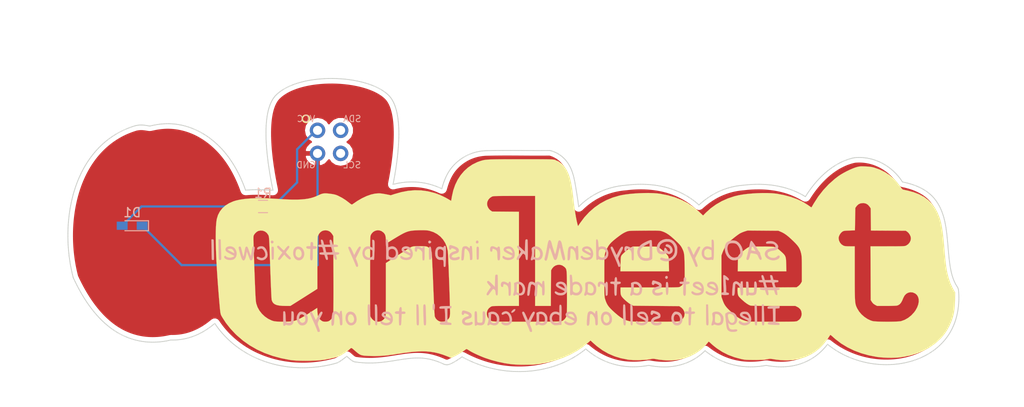
<source format=kicad_pcb>
(kicad_pcb (version 4) (host pcbnew 4.0.7)
  (layers (0 F.Cu signal) (31 B.Cu signal) (34 B.Paste user) (35 F.Paste user) (36 B.SilkS user) (37 F.SilkS user) (38 B.Mask user) (39 F.Mask user) (44 Edge.Cuts user))
  (net 0 "")
  (net 1 GND)
  (net 2 "Net-(D1-Pad2)")
  (net 3 "Net-(J1-Pad1)")
  (module un1eet_sao:F.Mask_g8167 (layer B.Cu) (at 153.5 82.3)
    (fp_text reference "" (at 0 0) (layer B.SilkS) (effects (justify mirror)))
    (fp_text value "" (at 0 0) (layer B.SilkS) (effects (justify mirror)))
  )
  (module un1eet_sao:F.Mask_g8167 (layer F.Cu) (at 153.5 106.57)
    (fp_text reference "" (at 0 0) (layer F.SilkS))
    (fp_text value "" (at 0 0) (layer F.SilkS))
  )
  (module un1eet_sao:B.Silk_g8163 (layer F.Cu) (at 153.22 109.78)
    (fp_text reference "" (at 0 0) (layer F.SilkS))
    (fp_text value "" (at 0 0) (layer F.SilkS))
  )
  (module un1eet_sao:Badgelife-Shitty-2x2 (layer F.Cu) (at 132.66 85.26)
    (fp_text reference J2)
    (fp_text value "#badgelife")
    (fp_text user SDA (at 2.54 -2.54) (layer B.SilkS) (effects (font (size 0.7 0.7) (thickness 0.1)) (justify mirror)))
    (fp_text user SCL (at 2.54 2.54) (layer B.SilkS) (effects (font (size 0.7 0.7) (thickness 0.1)) (justify mirror)))
    (fp_text user GND (at -2.54 2.54) (layer B.SilkS) (effects (font (size 0.7 0.7) (thickness 0.1)) (justify mirror)))
    (fp_text user VCC (at -2.54 -2.54) (layer B.SilkS) (effects (font (size 0.7 0.7) (thickness 0.1)) (justify mirror)))
    (pad 4 thru_hole circle (at 1.27 -1.27) (size 1.7 1.7) (drill 1) (layers *.Cu *.Mask))
    (pad 3 thru_hole oval (at 1.27 1.27) (size 1.7 1.7) (drill 1) (layers *.Cu *.Mask))
    (pad 1 thru_hole oval (at -1.27 -1.27) (size 1.7 1.7) (drill 1) (layers *.Cu *.Mask) (net 3 "Net-(J1-Pad1)"))
    (pad 2 thru_hole oval (at -1.27 1.27) (size 1.7 1.7) (drill 1) (layers *.Cu *.Mask) (net 1 GND))
  )
  (module un1eet_sao:F.Silk_g8169 (layer F.Cu) (at 153.05 107.17)
    (fp_text reference "" (at 0 0) (layer F.SilkS))
    (fp_text value "" (at 0 0) (layer F.SilkS))
  )
  (module Resistors_SMD:R_0603_HandSoldering (layer B.Cu) (at 125.39 92.37 180)
    (fp_text reference R1 (at 0 1.45 180) (layer B.SilkS) (effects (justify mirror)))
    (fp_text value 330R)
    (pad 1 smd rect (at -1.1 0 180) (size 1.2 0.9) (layers B.Cu B.Paste B.Mask) (net 3 "Net-(J1-Pad1)"))
    (pad 2 smd rect (at 1.1 0 180) (size 1.2 0.9) (layers B.Cu B.Paste B.Mask) (net 2 "Net-(D1-Pad2)"))
  )
  (module LEDs:LED_0603_HandSoldering (layer B.Cu) (at 110.99 94.49 180)
    (fp_text reference D1 (at 0 1.45 180) (layer B.SilkS) (effects (justify mirror)))
    (fp_text value LED)
    (pad 1 smd rect (at -1.1 0 180) (size 1.2 0.9) (layers B.Cu B.Paste B.Mask) (net 1 GND))
    (pad 2 smd rect (at 1.1 0 180) (size 1.2 0.9) (layers B.Cu B.Paste B.Mask) (net 2 "Net-(D1-Pad2)"))
  )
  (gr_line (start 133.04972 78.282406) (end 132.584777 78.285267) (layer Edge.Cuts) (width 0.1))
  (gr_line (start 132.584777 78.285267) (end 132.121327 78.302593) (layer Edge.Cuts) (width 0.1))
  (gr_line (start 132.121327 78.302593) (end 131.661195 78.334489) (layer Edge.Cuts) (width 0.1))
  (gr_line (start 131.661195 78.334489) (end 131.206209 78.381056) (layer Edge.Cuts) (width 0.1))
  (gr_line (start 131.206209 78.381056) (end 130.758193 78.442397) (layer Edge.Cuts) (width 0.1))
  (gr_line (start 130.758193 78.442397) (end 130.53737 78.47864) (layer Edge.Cuts) (width 0.1))
  (gr_line (start 130.53737 78.47864) (end 130.318975 78.518615) (layer Edge.Cuts) (width 0.1))
  (gr_line (start 130.318975 78.518615) (end 130.103235 78.562334) (layer Edge.Cuts) (width 0.1))
  (gr_line (start 130.103235 78.562334) (end 129.890379 78.609811) (layer Edge.Cuts) (width 0.1))
  (gr_line (start 129.890379 78.609811) (end 129.680636 78.661059) (layer Edge.Cuts) (width 0.1))
  (gr_line (start 129.680636 78.661059) (end 129.474233 78.71609) (layer Edge.Cuts) (width 0.1))
  (gr_line (start 129.474233 78.71609) (end 129.271399 78.774917) (layer Edge.Cuts) (width 0.1))
  (gr_line (start 129.271399 78.774917) (end 129.072362 78.837553) (layer Edge.Cuts) (width 0.1))
  (gr_line (start 129.072362 78.837553) (end 128.877351 78.90401) (layer Edge.Cuts) (width 0.1))
  (gr_line (start 128.877351 78.90401) (end 128.686593 78.974303) (layer Edge.Cuts) (width 0.1))
  (gr_line (start 128.686593 78.974303) (end 128.500317 79.048442) (layer Edge.Cuts) (width 0.1))
  (gr_line (start 128.500317 79.048442) (end 128.318752 79.126442) (layer Edge.Cuts) (width 0.1))
  (gr_line (start 128.318752 79.126442) (end 128.142125 79.208315) (layer Edge.Cuts) (width 0.1))
  (gr_line (start 128.142125 79.208315) (end 127.970664 79.294073) (layer Edge.Cuts) (width 0.1))
  (gr_line (start 127.970664 79.294073) (end 127.804599 79.38373) (layer Edge.Cuts) (width 0.1))
  (gr_line (start 127.804599 79.38373) (end 127.644156 79.477299) (layer Edge.Cuts) (width 0.1))
  (gr_line (start 127.644156 79.477299) (end 127.489566 79.574792) (layer Edge.Cuts) (width 0.1))
  (gr_line (start 127.489566 79.574792) (end 127.341055 79.676222) (layer Edge.Cuts) (width 0.1))
  (gr_line (start 127.341055 79.676222) (end 127.198852 79.781602) (layer Edge.Cuts) (width 0.1))
  (gr_line (start 127.198852 79.781602) (end 127.063185 79.890945) (layer Edge.Cuts) (width 0.1))
  (gr_line (start 127.063185 79.890945) (end 126.934283 80.004264) (layer Edge.Cuts) (width 0.1))
  (gr_line (start 126.934283 80.004264) (end 126.812374 80.12157) (layer Edge.Cuts) (width 0.1))
  (gr_line (start 126.812374 80.12157) (end 126.728163 80.211241) (layer Edge.Cuts) (width 0.1))
  (gr_line (start 126.728163 80.211241) (end 126.647883 80.306343) (layer Edge.Cuts) (width 0.1))
  (gr_line (start 126.647883 80.306343) (end 126.571467 80.406726) (layer Edge.Cuts) (width 0.1))
  (gr_line (start 126.571467 80.406726) (end 126.498845 80.512242) (layer Edge.Cuts) (width 0.1))
  (gr_line (start 126.498845 80.512242) (end 126.429948 80.622741) (layer Edge.Cuts) (width 0.1))
  (gr_line (start 126.429948 80.622741) (end 126.364709 80.738073) (layer Edge.Cuts) (width 0.1))
  (gr_line (start 126.364709 80.738073) (end 126.303057 80.858089) (layer Edge.Cuts) (width 0.1))
  (gr_line (start 126.303057 80.858089) (end 126.244925 80.98264) (layer Edge.Cuts) (width 0.1))
  (gr_line (start 126.244925 80.98264) (end 126.190244 81.111576) (layer Edge.Cuts) (width 0.1))
  (gr_line (start 126.190244 81.111576) (end 126.138944 81.244749) (layer Edge.Cuts) (width 0.1))
  (gr_line (start 126.138944 81.244749) (end 126.090958 81.382008) (layer Edge.Cuts) (width 0.1))
  (gr_line (start 126.090958 81.382008) (end 126.046217 81.523204) (layer Edge.Cuts) (width 0.1))
  (gr_line (start 126.046217 81.523204) (end 126.004651 81.668188) (layer Edge.Cuts) (width 0.1))
  (gr_line (start 126.004651 81.668188) (end 125.966193 81.81681) (layer Edge.Cuts) (width 0.1))
  (gr_line (start 125.966193 81.81681) (end 125.898323 82.124373) (layer Edge.Cuts) (width 0.1))
  (gr_line (start 125.898323 82.124373) (end 125.842056 82.444696) (layer Edge.Cuts) (width 0.1))
  (gr_line (start 125.842056 82.444696) (end 125.796844 82.776586) (layer Edge.Cuts) (width 0.1))
  (gr_line (start 125.796844 82.776586) (end 125.762137 83.118847) (layer Edge.Cuts) (width 0.1))
  (gr_line (start 125.762137 83.118847) (end 125.737384 83.470284) (layer Edge.Cuts) (width 0.1))
  (gr_line (start 125.737384 83.470284) (end 125.722037 83.829701) (layer Edge.Cuts) (width 0.1))
  (gr_line (start 125.722037 83.829701) (end 125.715545 84.195904) (layer Edge.Cuts) (width 0.1))
  (gr_line (start 125.715545 84.195904) (end 125.717359 84.567698) (layer Edge.Cuts) (width 0.1))
  (gr_line (start 125.717359 84.567698) (end 125.726929 84.943887) (layer Edge.Cuts) (width 0.1))
  (gr_line (start 125.726929 84.943887) (end 125.743705 85.323277) (layer Edge.Cuts) (width 0.1))
  (gr_line (start 125.743705 85.323277) (end 125.767138 85.704673) (layer Edge.Cuts) (width 0.1))
  (gr_line (start 125.767138 85.704673) (end 125.796677 86.086878) (layer Edge.Cuts) (width 0.1))
  (gr_line (start 125.796677 86.086878) (end 125.831774 86.468699) (layer Edge.Cuts) (width 0.1))
  (gr_line (start 125.831774 86.468699) (end 125.871878 86.84894) (layer Edge.Cuts) (width 0.1))
  (gr_line (start 125.871878 86.84894) (end 125.91644 87.226406) (layer Edge.Cuts) (width 0.1))
  (gr_line (start 125.91644 87.226406) (end 125.96491 87.599903) (layer Edge.Cuts) (width 0.1))
  (gr_line (start 125.96491 87.599903) (end 126.016738 87.968234) (layer Edge.Cuts) (width 0.1))
  (gr_line (start 126.016738 87.968234) (end 126.12827 88.68462) (layer Edge.Cuts) (width 0.1))
  (gr_line (start 126.12827 88.68462) (end 126.246639 89.366006) (layer Edge.Cuts) (width 0.1))
  (gr_line (start 126.246639 89.366006) (end 126.367447 90.002829) (layer Edge.Cuts) (width 0.1))
  (gr_line (start 126.367447 90.002829) (end 126.486295 90.58553) (layer Edge.Cuts) (width 0.1))
  (gr_line (start 126.486295 90.58553) (end 125.73913 90.546804) (layer Edge.Cuts) (width 0.1))
  (gr_line (start 125.73913 90.546804) (end 125.362212 90.532832) (layer Edge.Cuts) (width 0.1))
  (gr_line (start 125.362212 90.532832) (end 124.983943 90.524432) (layer Edge.Cuts) (width 0.1))
  (gr_line (start 124.983943 90.524432) (end 124.604978 90.523088) (layer Edge.Cuts) (width 0.1))
  (gr_line (start 124.604978 90.523088) (end 124.225973 90.530284) (layer Edge.Cuts) (width 0.1))
  (gr_line (start 124.225973 90.530284) (end 123.847581 90.547503) (layer Edge.Cuts) (width 0.1))
  (gr_line (start 123.847581 90.547503) (end 123.470459 90.57623) (layer Edge.Cuts) (width 0.1))
  (gr_line (start 123.470459 90.57623) (end 123.349612 90.24565) (layer Edge.Cuts) (width 0.1))
  (gr_line (start 123.349612 90.24565) (end 123.221759 89.917211) (layer Edge.Cuts) (width 0.1))
  (gr_line (start 123.221759 89.917211) (end 123.086766 89.591368) (layer Edge.Cuts) (width 0.1))
  (gr_line (start 123.086766 89.591368) (end 122.944498 89.268576) (layer Edge.Cuts) (width 0.1))
  (gr_line (start 122.944498 89.268576) (end 122.794822 88.949291) (layer Edge.Cuts) (width 0.1))
  (gr_line (start 122.794822 88.949291) (end 122.637602 88.633967) (layer Edge.Cuts) (width 0.1))
  (gr_line (start 122.637602 88.633967) (end 122.472706 88.32306) (layer Edge.Cuts) (width 0.1))
  (gr_line (start 122.472706 88.32306) (end 122.299998 88.017025) (layer Edge.Cuts) (width 0.1))
  (gr_line (start 122.299998 88.017025) (end 122.119344 87.716317) (layer Edge.Cuts) (width 0.1))
  (gr_line (start 122.119344 87.716317) (end 121.930611 87.421391) (layer Edge.Cuts) (width 0.1))
  (gr_line (start 121.930611 87.421391) (end 121.733664 87.132702) (layer Edge.Cuts) (width 0.1))
  (gr_line (start 121.733664 87.132702) (end 121.528368 86.850705) (layer Edge.Cuts) (width 0.1))
  (gr_line (start 121.528368 86.850705) (end 121.31459 86.575855) (layer Edge.Cuts) (width 0.1))
  (gr_line (start 121.31459 86.575855) (end 121.092196 86.308608) (layer Edge.Cuts) (width 0.1))
  (gr_line (start 121.092196 86.308608) (end 120.861051 86.049419) (layer Edge.Cuts) (width 0.1))
  (gr_line (start 120.861051 86.049419) (end 120.62102 85.798742) (layer Edge.Cuts) (width 0.1))
  (gr_line (start 120.62102 85.798742) (end 120.341478 85.527921) (layer Edge.Cuts) (width 0.1))
  (gr_line (start 120.341478 85.527921) (end 120.051671 85.268556) (layer Edge.Cuts) (width 0.1))
  (gr_line (start 120.051671 85.268556) (end 119.902983 85.143403) (layer Edge.Cuts) (width 0.1))
  (gr_line (start 119.902983 85.143403) (end 119.751807 85.021392) (layer Edge.Cuts) (width 0.1))
  (gr_line (start 119.751807 85.021392) (end 119.59817 84.902618) (layer Edge.Cuts) (width 0.1))
  (gr_line (start 119.59817 84.902618) (end 119.442098 84.787173) (layer Edge.Cuts) (width 0.1))
  (gr_line (start 119.442098 84.787173) (end 119.283616 84.67515) (layer Edge.Cuts) (width 0.1))
  (gr_line (start 119.283616 84.67515) (end 119.122751 84.566643) (layer Edge.Cuts) (width 0.1))
  (gr_line (start 119.122751 84.566643) (end 118.959529 84.461745) (layer Edge.Cuts) (width 0.1))
  (gr_line (start 118.959529 84.461745) (end 118.793977 84.360548) (layer Edge.Cuts) (width 0.1))
  (gr_line (start 118.793977 84.360548) (end 118.62612 84.263146) (layer Edge.Cuts) (width 0.1))
  (gr_line (start 118.62612 84.263146) (end 118.455984 84.169631) (layer Edge.Cuts) (width 0.1))
  (gr_line (start 118.455984 84.169631) (end 118.283596 84.080098) (layer Edge.Cuts) (width 0.1))
  (gr_line (start 118.283596 84.080098) (end 118.108982 83.994639) (layer Edge.Cuts) (width 0.1))
  (gr_line (start 118.108982 83.994639) (end 117.932168 83.913346) (layer Edge.Cuts) (width 0.1))
  (gr_line (start 117.932168 83.913346) (end 117.753181 83.836314) (layer Edge.Cuts) (width 0.1))
  (gr_line (start 117.753181 83.836314) (end 117.572045 83.763635) (layer Edge.Cuts) (width 0.1))
  (gr_line (start 117.572045 83.763635) (end 117.388789 83.695402) (layer Edge.Cuts) (width 0.1))
  (gr_line (start 117.388789 83.695402) (end 117.203437 83.631708) (layer Edge.Cuts) (width 0.1))
  (gr_line (start 117.203437 83.631708) (end 117.016016 83.572647) (layer Edge.Cuts) (width 0.1))
  (gr_line (start 117.016016 83.572647) (end 116.826552 83.518312) (layer Edge.Cuts) (width 0.1))
  (gr_line (start 116.826552 83.518312) (end 116.635072 83.468795) (layer Edge.Cuts) (width 0.1))
  (gr_line (start 116.635072 83.468795) (end 116.4416 83.424189) (layer Edge.Cuts) (width 0.1))
  (gr_line (start 116.4416 83.424189) (end 116.246165 83.384589) (layer Edge.Cuts) (width 0.1))
  (gr_line (start 116.246165 83.384589) (end 116.048791 83.350086) (layer Edge.Cuts) (width 0.1))
  (gr_line (start 116.048791 83.350086) (end 115.849505 83.320774) (layer Edge.Cuts) (width 0.1))
  (gr_line (start 115.849505 83.320774) (end 115.648334 83.296746) (layer Edge.Cuts) (width 0.1))
  (gr_line (start 115.648334 83.296746) (end 115.445302 83.278095) (layer Edge.Cuts) (width 0.1))
  (gr_line (start 115.445302 83.278095) (end 115.240437 83.264914) (layer Edge.Cuts) (width 0.1))
  (gr_line (start 115.240437 83.264914) (end 115.033765 83.257296) (layer Edge.Cuts) (width 0.1))
  (gr_line (start 115.033765 83.257296) (end 115.030147 83.257296) (layer Edge.Cuts) (width 0.1))
  (gr_line (start 115.030147 83.257296) (end 114.778105 83.257243) (layer Edge.Cuts) (width 0.1))
  (gr_line (start 114.778105 83.257243) (end 114.523418 83.267573) (layer Edge.Cuts) (width 0.1))
  (gr_line (start 114.523418 83.267573) (end 114.2663 83.287672) (layer Edge.Cuts) (width 0.1))
  (gr_line (start 114.2663 83.287672) (end 114.006964 83.316921) (layer Edge.Cuts) (width 0.1))
  (gr_line (start 114.006964 83.316921) (end 113.745624 83.354705) (layer Edge.Cuts) (width 0.1))
  (gr_line (start 113.745624 83.354705) (end 113.482495 83.400406) (layer Edge.Cuts) (width 0.1))
  (gr_line (start 113.482495 83.400406) (end 113.217789 83.453408) (layer Edge.Cuts) (width 0.1))
  (gr_line (start 113.217789 83.453408) (end 112.951721 83.513095) (layer Edge.Cuts) (width 0.1))
  (gr_line (start 112.951721 83.513095) (end 112.948104 83.513095) (layer Edge.Cuts) (width 0.1))
  (gr_line (start 112.948104 83.513095) (end 112.834243 83.502932) (layer Edge.Cuts) (width 0.1))
  (gr_line (start 112.834243 83.502932) (end 112.695573 83.480755) (layer Edge.Cuts) (width 0.1))
  (gr_line (start 112.695573 83.480755) (end 112.532785 83.453274) (layer Edge.Cuts) (width 0.1))
  (gr_line (start 112.532785 83.453274) (end 112.346571 83.427202) (layer Edge.Cuts) (width 0.1))
  (gr_line (start 112.346571 83.427202) (end 112.137621 83.409251) (layer Edge.Cuts) (width 0.1))
  (gr_line (start 112.137621 83.409251) (end 112.024836 83.405418) (layer Edge.Cuts) (width 0.1))
  (gr_line (start 112.024836 83.405418) (end 111.906627 83.406132) (layer Edge.Cuts) (width 0.1))
  (gr_line (start 111.906627 83.406132) (end 111.78308 83.412232) (layer Edge.Cuts) (width 0.1))
  (gr_line (start 111.78308 83.412232) (end 111.654281 83.424556) (layer Edge.Cuts) (width 0.1))
  (gr_line (start 111.654281 83.424556) (end 111.520317 83.443945) (layer Edge.Cuts) (width 0.1))
  (gr_line (start 111.520317 83.443945) (end 111.381274 83.471237) (layer Edge.Cuts) (width 0.1))
  (gr_line (start 111.381274 83.471237) (end 111.325464 83.485189) (layer Edge.Cuts) (width 0.1))
  (gr_line (start 111.325464 83.485189) (end 111.001684 83.58767) (layer Edge.Cuts) (width 0.1))
  (gr_line (start 111.001684 83.58767) (end 110.6858 83.700056) (layer Edge.Cuts) (width 0.1))
  (gr_line (start 110.6858 83.700056) (end 110.377771 83.822099) (layer Edge.Cuts) (width 0.1))
  (gr_line (start 110.377771 83.822099) (end 110.077557 83.953552) (layer Edge.Cuts) (width 0.1))
  (gr_line (start 110.077557 83.953552) (end 109.785116 84.094165) (layer Edge.Cuts) (width 0.1))
  (gr_line (start 109.785116 84.094165) (end 109.500409 84.243691) (layer Edge.Cuts) (width 0.1))
  (gr_line (start 109.500409 84.243691) (end 109.223394 84.401882) (layer Edge.Cuts) (width 0.1))
  (gr_line (start 109.223394 84.401882) (end 108.954032 84.568489) (layer Edge.Cuts) (width 0.1))
  (gr_line (start 108.954032 84.568489) (end 108.692281 84.743263) (layer Edge.Cuts) (width 0.1))
  (gr_line (start 108.692281 84.743263) (end 108.438101 84.925958) (layer Edge.Cuts) (width 0.1))
  (gr_line (start 108.438101 84.925958) (end 108.191451 85.116324) (layer Edge.Cuts) (width 0.1))
  (gr_line (start 108.191451 85.116324) (end 107.95229 85.314113) (layer Edge.Cuts) (width 0.1))
  (gr_line (start 107.95229 85.314113) (end 107.720579 85.519078) (layer Edge.Cuts) (width 0.1))
  (gr_line (start 107.720579 85.519078) (end 107.496276 85.730969) (layer Edge.Cuts) (width 0.1))
  (gr_line (start 107.496276 85.730969) (end 107.279341 85.949539) (layer Edge.Cuts) (width 0.1))
  (gr_line (start 107.279341 85.949539) (end 107.069732 86.17454) (layer Edge.Cuts) (width 0.1))
  (gr_line (start 107.069732 86.17454) (end 106.867411 86.405722) (layer Edge.Cuts) (width 0.1))
  (gr_line (start 106.867411 86.405722) (end 106.672335 86.642838) (layer Edge.Cuts) (width 0.1))
  (gr_line (start 106.672335 86.642838) (end 106.484465 86.885641) (layer Edge.Cuts) (width 0.1))
  (gr_line (start 106.484465 86.885641) (end 106.303759 87.13388) (layer Edge.Cuts) (width 0.1))
  (gr_line (start 106.303759 87.13388) (end 106.130178 87.387309) (layer Edge.Cuts) (width 0.1))
  (gr_line (start 106.130178 87.387309) (end 105.96368 87.645679) (layer Edge.Cuts) (width 0.1))
  (gr_line (start 105.96368 87.645679) (end 105.804225 87.908741) (layer Edge.Cuts) (width 0.1))
  (gr_line (start 105.804225 87.908741) (end 105.651772 88.176248) (layer Edge.Cuts) (width 0.1))
  (gr_line (start 105.651772 88.176248) (end 105.506281 88.447952) (layer Edge.Cuts) (width 0.1))
  (gr_line (start 105.506281 88.447952) (end 105.367711 88.723603) (layer Edge.Cuts) (width 0.1))
  (gr_line (start 105.367711 88.723603) (end 105.236021 89.002955) (layer Edge.Cuts) (width 0.1))
  (gr_line (start 105.236021 89.002955) (end 105.111171 89.285758) (layer Edge.Cuts) (width 0.1))
  (gr_line (start 105.111171 89.285758) (end 104.993121 89.571764) (layer Edge.Cuts) (width 0.1))
  (gr_line (start 104.993121 89.571764) (end 104.881829 89.860725) (layer Edge.Cuts) (width 0.1))
  (gr_line (start 104.881829 89.860725) (end 104.777255 90.152394) (layer Edge.Cuts) (width 0.1))
  (gr_line (start 104.777255 90.152394) (end 104.679358 90.446521) (layer Edge.Cuts) (width 0.1))
  (gr_line (start 104.679358 90.446521) (end 104.587855 90.742972) (layer Edge.Cuts) (width 0.1))
  (gr_line (start 104.587855 90.742972) (end 104.502449 91.041654) (layer Edge.Cuts) (width 0.1))
  (gr_line (start 104.502449 91.041654) (end 104.423083 91.342384) (layer Edge.Cuts) (width 0.1))
  (gr_line (start 104.423083 91.342384) (end 104.349698 91.644982) (layer Edge.Cuts) (width 0.1))
  (gr_line (start 104.349698 91.644982) (end 104.282236 91.949265) (layer Edge.Cuts) (width 0.1))
  (gr_line (start 104.282236 91.949265) (end 104.220638 92.255051) (layer Edge.Cuts) (width 0.1))
  (gr_line (start 104.220638 92.255051) (end 104.164847 92.562159) (layer Edge.Cuts) (width 0.1))
  (gr_line (start 104.164847 92.562159) (end 104.114803 92.870407) (layer Edge.Cuts) (width 0.1))
  (gr_line (start 104.114803 92.870407) (end 104.070449 93.179613) (layer Edge.Cuts) (width 0.1))
  (gr_line (start 104.070449 93.179613) (end 104.031726 93.489597) (layer Edge.Cuts) (width 0.1))
  (gr_line (start 104.031726 93.489597) (end 103.998577 93.800175) (layer Edge.Cuts) (width 0.1))
  (gr_line (start 103.998577 93.800175) (end 103.970942 94.111166) (layer Edge.Cuts) (width 0.1))
  (gr_line (start 103.970942 94.111166) (end 103.948764 94.422389) (layer Edge.Cuts) (width 0.1))
  (gr_line (start 103.948764 94.422389) (end 103.931984 94.733662) (layer Edge.Cuts) (width 0.1))
  (gr_line (start 103.931984 94.733662) (end 103.920544 95.044802) (layer Edge.Cuts) (width 0.1))
  (gr_line (start 103.920544 95.044802) (end 103.914386 95.355629) (layer Edge.Cuts) (width 0.1))
  (gr_line (start 103.914386 95.355629) (end 103.913451 95.665961) (layer Edge.Cuts) (width 0.1))
  (gr_line (start 103.913451 95.665961) (end 103.917682 95.975615) (layer Edge.Cuts) (width 0.1))
  (gr_line (start 103.917682 95.975615) (end 103.927019 96.284411) (layer Edge.Cuts) (width 0.1))
  (gr_line (start 103.927019 96.284411) (end 103.941405 96.592166) (layer Edge.Cuts) (width 0.1))
  (gr_line (start 103.941405 96.592166) (end 103.960781 96.898699) (layer Edge.Cuts) (width 0.1))
  (gr_line (start 103.960781 96.898699) (end 103.985088 97.203828) (layer Edge.Cuts) (width 0.1))
  (gr_line (start 103.985088 97.203828) (end 104.01427 97.507371) (layer Edge.Cuts) (width 0.1))
  (gr_line (start 104.01427 97.507371) (end 104.048267 97.809147) (layer Edge.Cuts) (width 0.1))
  (gr_line (start 104.048267 97.809147) (end 104.087021 98.108974) (layer Edge.Cuts) (width 0.1))
  (gr_line (start 104.087021 98.108974) (end 104.130474 98.40667) (layer Edge.Cuts) (width 0.1))
  (gr_line (start 104.130474 98.40667) (end 104.178568 98.702053) (layer Edge.Cuts) (width 0.1))
  (gr_line (start 104.178568 98.702053) (end 104.231244 98.994942) (layer Edge.Cuts) (width 0.1))
  (gr_line (start 104.231244 98.994942) (end 104.288444 99.285155) (layer Edge.Cuts) (width 0.1))
  (gr_line (start 104.288444 99.285155) (end 104.350109 99.57251) (layer Edge.Cuts) (width 0.1))
  (gr_line (start 104.350109 99.57251) (end 104.416183 99.856826) (layer Edge.Cuts) (width 0.1))
  (gr_line (start 104.416183 99.856826) (end 104.486605 100.13792) (layer Edge.Cuts) (width 0.1))
  (gr_line (start 104.486605 100.13792) (end 104.509728 100.210936) (layer Edge.Cuts) (width 0.1))
  (gr_line (start 104.509728 100.210936) (end 104.539315 100.281581) (layer Edge.Cuts) (width 0.1))
  (gr_line (start 104.539315 100.281581) (end 104.725108 100.671887) (layer Edge.Cuts) (width 0.1))
  (gr_line (start 104.725108 100.671887) (end 104.918723 101.059277) (layer Edge.Cuts) (width 0.1))
  (gr_line (start 104.918723 101.059277) (end 105.120406 101.442933) (layer Edge.Cuts) (width 0.1))
  (gr_line (start 105.120406 101.442933) (end 105.3304 101.822036) (layer Edge.Cuts) (width 0.1))
  (gr_line (start 105.3304 101.822036) (end 105.54895 102.19577) (layer Edge.Cuts) (width 0.1))
  (gr_line (start 105.54895 102.19577) (end 105.776301 102.563315) (layer Edge.Cuts) (width 0.1))
  (gr_line (start 105.776301 102.563315) (end 106.012696 102.923853) (layer Edge.Cuts) (width 0.1))
  (gr_line (start 106.012696 102.923853) (end 106.258382 103.276568) (layer Edge.Cuts) (width 0.1))
  (gr_line (start 106.258382 103.276568) (end 106.513602 103.62064) (layer Edge.Cuts) (width 0.1))
  (gr_line (start 106.513602 103.62064) (end 106.778601 103.955253) (layer Edge.Cuts) (width 0.1))
  (gr_line (start 106.778601 103.955253) (end 107.053624 104.279587) (layer Edge.Cuts) (width 0.1))
  (gr_line (start 107.053624 104.279587) (end 107.338914 104.592825) (layer Edge.Cuts) (width 0.1))
  (gr_line (start 107.338914 104.592825) (end 107.485486 104.745027) (layer Edge.Cuts) (width 0.1))
  (gr_line (start 107.485486 104.745027) (end 107.634717 104.894149) (layer Edge.Cuts) (width 0.1))
  (gr_line (start 107.634717 104.894149) (end 107.786637 105.040087) (layer Edge.Cuts) (width 0.1))
  (gr_line (start 107.786637 105.040087) (end 107.941277 105.18274) (layer Edge.Cuts) (width 0.1))
  (gr_line (start 107.941277 105.18274) (end 108.098667 105.322006) (layer Edge.Cuts) (width 0.1))
  (gr_line (start 108.098667 105.322006) (end 108.258839 105.457782) (layer Edge.Cuts) (width 0.1))
  (gr_line (start 108.258839 105.457782) (end 108.421822 105.589966) (layer Edge.Cuts) (width 0.1))
  (gr_line (start 108.421822 105.589966) (end 108.587647 105.718456) (layer Edge.Cuts) (width 0.1))
  (gr_line (start 108.587647 105.718456) (end 108.753923 105.841138) (layer Edge.Cuts) (width 0.1))
  (gr_line (start 108.753923 105.841138) (end 108.923228 105.959687) (layer Edge.Cuts) (width 0.1))
  (gr_line (start 108.923228 105.959687) (end 109.095527 106.073998) (layer Edge.Cuts) (width 0.1))
  (gr_line (start 109.095527 106.073998) (end 109.270787 106.183964) (layer Edge.Cuts) (width 0.1))
  (gr_line (start 109.270787 106.183964) (end 109.448972 106.289478) (layer Edge.Cuts) (width 0.1))
  (gr_line (start 109.448972 106.289478) (end 109.63005 106.390435) (layer Edge.Cuts) (width 0.1))
  (gr_line (start 109.63005 106.390435) (end 109.813985 106.486727) (layer Edge.Cuts) (width 0.1))
  (gr_line (start 109.813985 106.486727) (end 110.000743 106.578249) (layer Edge.Cuts) (width 0.1))
  (gr_line (start 110.000743 106.578249) (end 110.190291 106.664893) (layer Edge.Cuts) (width 0.1))
  (gr_line (start 110.190291 106.664893) (end 110.382594 106.746553) (layer Edge.Cuts) (width 0.1))
  (gr_line (start 110.382594 106.746553) (end 110.577617 106.823123) (layer Edge.Cuts) (width 0.1))
  (gr_line (start 110.577617 106.823123) (end 110.775327 106.894497) (layer Edge.Cuts) (width 0.1))
  (gr_line (start 110.775327 106.894497) (end 110.975689 106.960567) (layer Edge.Cuts) (width 0.1))
  (gr_line (start 110.975689 106.960567) (end 111.178669 107.021228) (layer Edge.Cuts) (width 0.1))
  (gr_line (start 111.178669 107.021228) (end 111.384233 107.076372) (layer Edge.Cuts) (width 0.1))
  (gr_line (start 111.384233 107.076372) (end 111.592346 107.125894) (layer Edge.Cuts) (width 0.1))
  (gr_line (start 111.592346 107.125894) (end 111.802975 107.169687) (layer Edge.Cuts) (width 0.1))
  (gr_line (start 111.802975 107.169687) (end 112.016085 107.207644) (layer Edge.Cuts) (width 0.1))
  (gr_line (start 112.016085 107.207644) (end 112.231642 107.239659) (layer Edge.Cuts) (width 0.1))
  (gr_line (start 112.231642 107.239659) (end 112.449612 107.265626) (layer Edge.Cuts) (width 0.1))
  (gr_line (start 112.449612 107.265626) (end 112.66996 107.285438) (layer Edge.Cuts) (width 0.1))
  (gr_line (start 112.66996 107.285438) (end 112.892653 107.298989) (layer Edge.Cuts) (width 0.1))
  (gr_line (start 112.892653 107.298989) (end 113.117656 107.306172) (layer Edge.Cuts) (width 0.1))
  (gr_line (start 113.117656 107.306172) (end 113.344934 107.30688) (layer Edge.Cuts) (width 0.1))
  (gr_line (start 113.344934 107.30688) (end 113.574454 107.301008) (layer Edge.Cuts) (width 0.1))
  (gr_line (start 113.574454 107.301008) (end 113.806182 107.288448) (layer Edge.Cuts) (width 0.1))
  (gr_line (start 113.806182 107.288448) (end 114.040083 107.269095) (layer Edge.Cuts) (width 0.1))
  (gr_line (start 114.040083 107.269095) (end 114.276123 107.242841) (layer Edge.Cuts) (width 0.1))
  (gr_line (start 114.276123 107.242841) (end 114.514267 107.209581) (layer Edge.Cuts) (width 0.1))
  (gr_line (start 114.514267 107.209581) (end 114.754482 107.169208) (layer Edge.Cuts) (width 0.1))
  (gr_line (start 114.754482 107.169208) (end 114.996734 107.121615) (layer Edge.Cuts) (width 0.1))
  (gr_line (start 114.996734 107.121615) (end 115.240987 107.066696) (layer Edge.Cuts) (width 0.1))
  (gr_line (start 115.240987 107.066696) (end 115.423777 107.069012) (layer Edge.Cuts) (width 0.1))
  (gr_line (start 115.423777 107.069012) (end 115.604369 107.066559) (layer Edge.Cuts) (width 0.1))
  (gr_line (start 115.604369 107.066559) (end 115.782777 107.05943) (layer Edge.Cuts) (width 0.1))
  (gr_line (start 115.782777 107.05943) (end 115.95902 107.047721) (layer Edge.Cuts) (width 0.1))
  (gr_line (start 115.95902 107.047721) (end 116.133112 107.031525) (layer Edge.Cuts) (width 0.1))
  (gr_line (start 116.133112 107.031525) (end 116.305072 107.010936) (layer Edge.Cuts) (width 0.1))
  (gr_line (start 116.305072 107.010936) (end 116.474914 106.986048) (layer Edge.Cuts) (width 0.1))
  (gr_line (start 116.474914 106.986048) (end 116.642656 106.956954) (layer Edge.Cuts) (width 0.1))
  (gr_line (start 116.642656 106.956954) (end 116.808314 106.92375) (layer Edge.Cuts) (width 0.1))
  (gr_line (start 116.808314 106.92375) (end 116.971904 106.886528) (layer Edge.Cuts) (width 0.1))
  (gr_line (start 116.971904 106.886528) (end 117.133443 106.845383) (layer Edge.Cuts) (width 0.1))
  (gr_line (start 117.133443 106.845383) (end 117.292947 106.800409) (layer Edge.Cuts) (width 0.1))
  (gr_line (start 117.292947 106.800409) (end 117.450432 106.7517) (layer Edge.Cuts) (width 0.1))
  (gr_line (start 117.450432 106.7517) (end 117.605916 106.699349) (layer Edge.Cuts) (width 0.1))
  (gr_line (start 117.605916 106.699349) (end 117.910943 106.584099) (layer Edge.Cuts) (width 0.1))
  (gr_line (start 117.910943 106.584099) (end 118.208159 106.455411) (layer Edge.Cuts) (width 0.1))
  (gr_line (start 118.208159 106.455411) (end 118.497696 106.314038) (layer Edge.Cuts) (width 0.1))
  (gr_line (start 118.497696 106.314038) (end 118.779684 106.16073) (layer Edge.Cuts) (width 0.1))
  (gr_line (start 118.779684 106.16073) (end 119.054256 105.996239) (layer Edge.Cuts) (width 0.1))
  (gr_line (start 119.054256 105.996239) (end 119.321542 105.821317) (layer Edge.Cuts) (width 0.1))
  (gr_line (start 119.321542 105.821317) (end 119.581674 105.636716) (layer Edge.Cuts) (width 0.1))
  (gr_line (start 119.581674 105.636716) (end 119.834783 105.443188) (layer Edge.Cuts) (width 0.1))
  (gr_line (start 119.834783 105.443188) (end 120.081002 105.241484) (layer Edge.Cuts) (width 0.1))
  (gr_line (start 120.081002 105.241484) (end 120.208603 105.429685) (layer Edge.Cuts) (width 0.1))
  (gr_line (start 120.208603 105.429685) (end 120.340127 105.614549) (layer Edge.Cuts) (width 0.1))
  (gr_line (start 120.340127 105.614549) (end 120.47551 105.796054) (layer Edge.Cuts) (width 0.1))
  (gr_line (start 120.47551 105.796054) (end 120.614687 105.974177) (layer Edge.Cuts) (width 0.1))
  (gr_line (start 120.614687 105.974177) (end 120.757592 106.148896) (layer Edge.Cuts) (width 0.1))
  (gr_line (start 120.757592 106.148896) (end 120.904161 106.320188) (layer Edge.Cuts) (width 0.1))
  (gr_line (start 120.904161 106.320188) (end 121.054328 106.488029) (layer Edge.Cuts) (width 0.1))
  (gr_line (start 121.054328 106.488029) (end 121.208029 106.652398) (layer Edge.Cuts) (width 0.1))
  (gr_line (start 121.208029 106.652398) (end 121.365199 106.813272) (layer Edge.Cuts) (width 0.1))
  (gr_line (start 121.365199 106.813272) (end 121.525772 106.970629) (layer Edge.Cuts) (width 0.1))
  (gr_line (start 121.525772 106.970629) (end 121.689684 107.124444) (layer Edge.Cuts) (width 0.1))
  (gr_line (start 121.689684 107.124444) (end 121.85687 107.274697) (layer Edge.Cuts) (width 0.1))
  (gr_line (start 121.85687 107.274697) (end 122.027264 107.421364) (layer Edge.Cuts) (width 0.1))
  (gr_line (start 122.027264 107.421364) (end 122.200803 107.564422) (layer Edge.Cuts) (width 0.1))
  (gr_line (start 122.200803 107.564422) (end 122.377419 107.703849) (layer Edge.Cuts) (width 0.1))
  (gr_line (start 122.377419 107.703849) (end 122.55705 107.839623) (layer Edge.Cuts) (width 0.1))
  (gr_line (start 122.55705 107.839623) (end 122.739629 107.97172) (layer Edge.Cuts) (width 0.1))
  (gr_line (start 122.739629 107.97172) (end 122.925092 108.100118) (layer Edge.Cuts) (width 0.1))
  (gr_line (start 122.925092 108.100118) (end 123.113374 108.224794) (layer Edge.Cuts) (width 0.1))
  (gr_line (start 123.113374 108.224794) (end 123.304409 108.345726) (layer Edge.Cuts) (width 0.1))
  (gr_line (start 123.304409 108.345726) (end 123.498133 108.462891) (layer Edge.Cuts) (width 0.1))
  (gr_line (start 123.498133 108.462891) (end 123.694482 108.576267) (layer Edge.Cuts) (width 0.1))
  (gr_line (start 123.694482 108.576267) (end 123.893388 108.68583) (layer Edge.Cuts) (width 0.1))
  (gr_line (start 123.893388 108.68583) (end 124.094789 108.791557) (layer Edge.Cuts) (width 0.1))
  (gr_line (start 124.094789 108.791557) (end 124.298619 108.893428) (layer Edge.Cuts) (width 0.1))
  (gr_line (start 124.298619 108.893428) (end 124.504812 108.991418) (layer Edge.Cuts) (width 0.1))
  (gr_line (start 124.504812 108.991418) (end 124.713304 109.085505) (layer Edge.Cuts) (width 0.1))
  (gr_line (start 124.713304 109.085505) (end 124.92403 109.175666) (layer Edge.Cuts) (width 0.1))
  (gr_line (start 124.92403 109.175666) (end 125.136925 109.261879) (layer Edge.Cuts) (width 0.1))
  (gr_line (start 125.136925 109.261879) (end 125.351924 109.344122) (layer Edge.Cuts) (width 0.1))
  (gr_line (start 125.351924 109.344122) (end 125.568962 109.42237) (layer Edge.Cuts) (width 0.1))
  (gr_line (start 125.568962 109.42237) (end 125.787974 109.496603) (layer Edge.Cuts) (width 0.1))
  (gr_line (start 125.787974 109.496603) (end 126.008895 109.566796) (layer Edge.Cuts) (width 0.1))
  (gr_line (start 126.008895 109.566796) (end 126.231659 109.632928) (layer Edge.Cuts) (width 0.1))
  (gr_line (start 126.231659 109.632928) (end 126.456203 109.694976) (layer Edge.Cuts) (width 0.1))
  (gr_line (start 126.456203 109.694976) (end 126.68246 109.752917) (layer Edge.Cuts) (width 0.1))
  (gr_line (start 126.68246 109.752917) (end 126.910367 109.806728) (layer Edge.Cuts) (width 0.1))
  (gr_line (start 126.910367 109.806728) (end 127.139857 109.856387) (layer Edge.Cuts) (width 0.1))
  (gr_line (start 127.139857 109.856387) (end 127.370867 109.901871) (layer Edge.Cuts) (width 0.1))
  (gr_line (start 127.370867 109.901871) (end 127.60333 109.943158) (layer Edge.Cuts) (width 0.1))
  (gr_line (start 127.60333 109.943158) (end 127.837183 109.980225) (layer Edge.Cuts) (width 0.1))
  (gr_line (start 127.837183 109.980225) (end 128.072359 110.013049) (layer Edge.Cuts) (width 0.1))
  (gr_line (start 128.072359 110.013049) (end 128.308795 110.041607) (layer Edge.Cuts) (width 0.1))
  (gr_line (start 128.308795 110.041607) (end 128.546425 110.065878) (layer Edge.Cuts) (width 0.1))
  (gr_line (start 128.546425 110.065878) (end 128.785184 110.085837) (layer Edge.Cuts) (width 0.1))
  (gr_line (start 128.785184 110.085837) (end 129.025007 110.101464) (layer Edge.Cuts) (width 0.1))
  (gr_line (start 129.025007 110.101464) (end 129.265829 110.112734) (layer Edge.Cuts) (width 0.1))
  (gr_line (start 129.265829 110.112734) (end 129.507585 110.119625) (layer Edge.Cuts) (width 0.1))
  (gr_line (start 129.507585 110.119625) (end 129.75021 110.122115) (layer Edge.Cuts) (width 0.1))
  (gr_line (start 129.75021 110.122115) (end 129.993639 110.120181) (layer Edge.Cuts) (width 0.1))
  (gr_line (start 129.993639 110.120181) (end 130.237808 110.1138) (layer Edge.Cuts) (width 0.1))
  (gr_line (start 130.237808 110.1138) (end 130.482651 110.10295) (layer Edge.Cuts) (width 0.1))
  (gr_line (start 130.482651 110.10295) (end 130.728103 110.087608) (layer Edge.Cuts) (width 0.1))
  (gr_line (start 130.728103 110.087608) (end 130.974099 110.067751) (layer Edge.Cuts) (width 0.1))
  (gr_line (start 130.974099 110.067751) (end 131.220574 110.043357) (layer Edge.Cuts) (width 0.1))
  (gr_line (start 131.220574 110.043357) (end 131.467464 110.014403) (layer Edge.Cuts) (width 0.1))
  (gr_line (start 131.467464 110.014403) (end 131.714702 109.980866) (layer Edge.Cuts) (width 0.1))
  (gr_line (start 131.714702 109.980866) (end 131.962225 109.942724) (layer Edge.Cuts) (width 0.1))
  (gr_line (start 131.962225 109.942724) (end 132.209968 109.899955) (layer Edge.Cuts) (width 0.1))
  (gr_line (start 132.209968 109.899955) (end 132.457864 109.852534) (layer Edge.Cuts) (width 0.1))
  (gr_line (start 132.457864 109.852534) (end 132.70585 109.80044) (layer Edge.Cuts) (width 0.1))
  (gr_line (start 132.70585 109.80044) (end 132.95386 109.743651) (layer Edge.Cuts) (width 0.1))
  (gr_line (start 132.95386 109.743651) (end 133.20183 109.682142) (layer Edge.Cuts) (width 0.1))
  (gr_line (start 133.20183 109.682142) (end 133.449693 109.615893) (layer Edge.Cuts) (width 0.1))
  (gr_line (start 133.449693 109.615893) (end 133.524624 109.591399) (layer Edge.Cuts) (width 0.1))
  (gr_line (start 133.524624 109.591399) (end 133.596971 109.560084) (layer Edge.Cuts) (width 0.1))
  (gr_line (start 133.596971 109.560084) (end 133.734748 109.487432) (layer Edge.Cuts) (width 0.1))
  (gr_line (start 133.734748 109.487432) (end 133.867267 109.408022) (layer Edge.Cuts) (width 0.1))
  (gr_line (start 133.867267 109.408022) (end 133.995559 109.323155) (layer Edge.Cuts) (width 0.1))
  (gr_line (start 133.995559 109.323155) (end 134.120661 109.234129) (layer Edge.Cuts) (width 0.1))
  (gr_line (start 134.120661 109.234129) (end 134.365425 109.048806) (layer Edge.Cuts) (width 0.1))
  (gr_line (start 134.365425 109.048806) (end 134.60983 108.862452) (layer Edge.Cuts) (width 0.1))
  (gr_line (start 134.60983 108.862452) (end 134.755089 108.987899) (layer Edge.Cuts) (width 0.1))
  (gr_line (start 134.755089 108.987899) (end 134.899191 109.114632) (layer Edge.Cuts) (width 0.1))
  (gr_line (start 134.899191 109.114632) (end 135.046665 109.237102) (layer Edge.Cuts) (width 0.1))
  (gr_line (start 135.046665 109.237102) (end 135.123083 109.295004) (layer Edge.Cuts) (width 0.1))
  (gr_line (start 135.123083 109.295004) (end 135.202042 109.349759) (layer Edge.Cuts) (width 0.1))
  (gr_line (start 135.202042 109.349759) (end 135.282963 109.397188) (layer Edge.Cuts) (width 0.1))
  (gr_line (start 135.282963 109.397188) (end 135.368343 109.435335) (layer Edge.Cuts) (width 0.1))
  (gr_line (start 135.368343 109.435335) (end 135.457389 109.463897) (layer Edge.Cuts) (width 0.1))
  (gr_line (start 135.457389 109.463897) (end 135.549308 109.482569) (layer Edge.Cuts) (width 0.1))
  (gr_line (start 135.549308 109.482569) (end 135.944052 109.53278) (layer Edge.Cuts) (width 0.1))
  (gr_line (start 135.944052 109.53278) (end 136.328315 109.567611) (layer Edge.Cuts) (width 0.1))
  (gr_line (start 136.328315 109.567611) (end 136.702478 109.588385) (layer Edge.Cuts) (width 0.1))
  (gr_line (start 136.702478 109.588385) (end 137.066922 109.596426) (layer Edge.Cuts) (width 0.1))
  (gr_line (start 137.066922 109.596426) (end 137.422028 109.593057) (layer Edge.Cuts) (width 0.1))
  (gr_line (start 137.422028 109.593057) (end 137.768176 109.5796) (layer Edge.Cuts) (width 0.1))
  (gr_line (start 137.768176 109.5796) (end 138.105748 109.557379) (layer Edge.Cuts) (width 0.1))
  (gr_line (start 138.105748 109.557379) (end 138.435125 109.527717) (layer Edge.Cuts) (width 0.1))
  (gr_line (start 138.435125 109.527717) (end 138.756687 109.491936) (layer Edge.Cuts) (width 0.1))
  (gr_line (start 138.756687 109.491936) (end 139.070816 109.45136) (layer Edge.Cuts) (width 0.1))
  (gr_line (start 139.070816 109.45136) (end 139.678297 109.361115) (layer Edge.Cuts) (width 0.1))
  (gr_line (start 139.678297 109.361115) (end 140.260616 109.267564) (layer Edge.Cuts) (width 0.1))
  (gr_line (start 140.260616 109.267564) (end 140.820821 109.181294) (layer Edge.Cuts) (width 0.1))
  (gr_line (start 140.820821 109.181294) (end 141.093474 109.143591) (layer Edge.Cuts) (width 0.1))
  (gr_line (start 141.093474 109.143591) (end 141.361956 109.110304) (layer Edge.Cuts) (width 0.1))
  (gr_line (start 141.361956 109.110304) (end 141.627296 109.082508) (layer Edge.Cuts) (width 0.1))
  (gr_line (start 141.627296 109.082508) (end 141.89052 109.061279) (layer Edge.Cuts) (width 0.1))
  (gr_line (start 141.89052 109.061279) (end 142.152656 109.047693) (layer Edge.Cuts) (width 0.1))
  (gr_line (start 142.152656 109.047693) (end 142.414732 109.042826) (layer Edge.Cuts) (width 0.1))
  (gr_line (start 142.414732 109.042826) (end 142.677776 109.047755) (layer Edge.Cuts) (width 0.1))
  (gr_line (start 142.677776 109.047755) (end 142.942815 109.063555) (layer Edge.Cuts) (width 0.1))
  (gr_line (start 142.942815 109.063555) (end 143.210876 109.091303) (layer Edge.Cuts) (width 0.1))
  (gr_line (start 143.210876 109.091303) (end 143.482989 109.132075) (layer Edge.Cuts) (width 0.1))
  (gr_line (start 143.482989 109.132075) (end 143.76018 109.186946) (layer Edge.Cuts) (width 0.1))
  (gr_line (start 143.76018 109.186946) (end 144.043476 109.256993) (layer Edge.Cuts) (width 0.1))
  (gr_line (start 144.043476 109.256993) (end 144.333906 109.343292) (layer Edge.Cuts) (width 0.1))
  (gr_line (start 144.333906 109.343292) (end 144.632498 109.446918) (layer Edge.Cuts) (width 0.1))
  (gr_line (start 144.632498 109.446918) (end 144.940278 109.568949) (layer Edge.Cuts) (width 0.1))
  (gr_line (start 144.940278 109.568949) (end 145.258275 109.71046) (layer Edge.Cuts) (width 0.1))
  (gr_line (start 145.258275 109.71046) (end 145.340469 109.743918) (layer Edge.Cuts) (width 0.1))
  (gr_line (start 145.340469 109.743918) (end 145.425003 109.76848) (layer Edge.Cuts) (width 0.1))
  (gr_line (start 145.425003 109.76848) (end 145.511173 109.784129) (layer Edge.Cuts) (width 0.1))
  (gr_line (start 145.511173 109.784129) (end 145.598275 109.790845) (layer Edge.Cuts) (width 0.1))
  (gr_line (start 145.598275 109.790845) (end 145.685608 109.788612) (layer Edge.Cuts) (width 0.1))
  (gr_line (start 145.685608 109.788612) (end 145.772467 109.77741) (layer Edge.Cuts) (width 0.1))
  (gr_line (start 145.772467 109.77741) (end 145.858151 109.757223) (layer Edge.Cuts) (width 0.1))
  (gr_line (start 145.858151 109.757223) (end 145.941956 109.728031) (layer Edge.Cuts) (width 0.1))
  (gr_line (start 145.941956 109.728031) (end 146.130111 109.645008) (layer Edge.Cuts) (width 0.1))
  (gr_line (start 146.130111 109.645008) (end 146.310142 109.554362) (layer Edge.Cuts) (width 0.1))
  (gr_line (start 146.310142 109.554362) (end 146.483391 109.457369) (layer Edge.Cuts) (width 0.1))
  (gr_line (start 146.483391 109.457369) (end 146.651198 109.355307) (layer Edge.Cuts) (width 0.1))
  (gr_line (start 146.651198 109.355307) (end 146.814905 109.24945) (layer Edge.Cuts) (width 0.1))
  (gr_line (start 146.814905 109.24945) (end 146.975854 109.141076) (layer Edge.Cuts) (width 0.1))
  (gr_line (start 146.975854 109.141076) (end 147.294844 108.92188) (layer Edge.Cuts) (width 0.1))
  (gr_line (start 147.294844 108.92188) (end 147.510114 109.038178) (layer Edge.Cuts) (width 0.1))
  (gr_line (start 147.510114 109.038178) (end 147.726795 109.149998) (layer Edge.Cuts) (width 0.1))
  (gr_line (start 147.726795 109.149998) (end 147.944817 109.257358) (layer Edge.Cuts) (width 0.1))
  (gr_line (start 147.944817 109.257358) (end 148.164106 109.360273) (layer Edge.Cuts) (width 0.1))
  (gr_line (start 148.164106 109.360273) (end 148.38459 109.458762) (layer Edge.Cuts) (width 0.1))
  (gr_line (start 148.38459 109.458762) (end 148.606197 109.552842) (layer Edge.Cuts) (width 0.1))
  (gr_line (start 148.606197 109.552842) (end 148.828856 109.642529) (layer Edge.Cuts) (width 0.1))
  (gr_line (start 148.828856 109.642529) (end 149.052494 109.727842) (layer Edge.Cuts) (width 0.1))
  (gr_line (start 149.052494 109.727842) (end 149.277038 109.808796) (layer Edge.Cuts) (width 0.1))
  (gr_line (start 149.277038 109.808796) (end 149.502417 109.88541) (layer Edge.Cuts) (width 0.1))
  (gr_line (start 149.502417 109.88541) (end 149.728558 109.957701) (layer Edge.Cuts) (width 0.1))
  (gr_line (start 149.728558 109.957701) (end 149.95539 110.025685) (layer Edge.Cuts) (width 0.1))
  (gr_line (start 149.95539 110.025685) (end 150.18284 110.08938) (layer Edge.Cuts) (width 0.1))
  (gr_line (start 150.18284 110.08938) (end 150.410836 110.148803) (layer Edge.Cuts) (width 0.1))
  (gr_line (start 150.410836 110.148803) (end 150.639306 110.203972) (layer Edge.Cuts) (width 0.1))
  (gr_line (start 150.639306 110.203972) (end 150.868177 110.254902) (layer Edge.Cuts) (width 0.1))
  (gr_line (start 150.868177 110.254902) (end 151.097378 110.301612) (layer Edge.Cuts) (width 0.1))
  (gr_line (start 151.097378 110.301612) (end 151.326836 110.344119) (layer Edge.Cuts) (width 0.1))
  (gr_line (start 151.326836 110.344119) (end 151.55648 110.38244) (layer Edge.Cuts) (width 0.1))
  (gr_line (start 151.55648 110.38244) (end 151.786236 110.416592) (layer Edge.Cuts) (width 0.1))
  (gr_line (start 151.786236 110.416592) (end 152.016034 110.446592) (layer Edge.Cuts) (width 0.1))
  (gr_line (start 152.016034 110.446592) (end 152.2458 110.472457) (layer Edge.Cuts) (width 0.1))
  (gr_line (start 152.2458 110.472457) (end 152.475463 110.494205) (layer Edge.Cuts) (width 0.1))
  (gr_line (start 152.475463 110.494205) (end 152.70495 110.511853) (layer Edge.Cuts) (width 0.1))
  (gr_line (start 152.70495 110.511853) (end 152.934189 110.525418) (layer Edge.Cuts) (width 0.1))
  (gr_line (start 152.934189 110.525418) (end 153.163109 110.534917) (layer Edge.Cuts) (width 0.1))
  (gr_line (start 153.163109 110.534917) (end 153.391636 110.540367) (layer Edge.Cuts) (width 0.1))
  (gr_line (start 153.391636 110.540367) (end 153.6197 110.541785) (layer Edge.Cuts) (width 0.1))
  (gr_line (start 153.6197 110.541785) (end 153.847227 110.539189) (layer Edge.Cuts) (width 0.1))
  (gr_line (start 153.847227 110.539189) (end 154.074145 110.532596) (layer Edge.Cuts) (width 0.1))
  (gr_line (start 154.074145 110.532596) (end 154.300383 110.522023) (layer Edge.Cuts) (width 0.1))
  (gr_line (start 154.300383 110.522023) (end 154.525868 110.507487) (layer Edge.Cuts) (width 0.1))
  (gr_line (start 154.525868 110.507487) (end 154.750528 110.489005) (layer Edge.Cuts) (width 0.1))
  (gr_line (start 154.750528 110.489005) (end 154.974291 110.466595) (layer Edge.Cuts) (width 0.1))
  (gr_line (start 154.974291 110.466595) (end 155.197084 110.440273) (layer Edge.Cuts) (width 0.1))
  (gr_line (start 155.197084 110.440273) (end 155.418836 110.410057) (layer Edge.Cuts) (width 0.1))
  (gr_line (start 155.418836 110.410057) (end 155.639475 110.375964) (layer Edge.Cuts) (width 0.1))
  (gr_line (start 155.639475 110.375964) (end 155.858927 110.338011) (layer Edge.Cuts) (width 0.1))
  (gr_line (start 155.858927 110.338011) (end 156.077122 110.296216) (layer Edge.Cuts) (width 0.1))
  (gr_line (start 156.077122 110.296216) (end 156.293986 110.250595) (layer Edge.Cuts) (width 0.1))
  (gr_line (start 156.293986 110.250595) (end 156.509449 110.201165) (layer Edge.Cuts) (width 0.1))
  (gr_line (start 156.509449 110.201165) (end 156.723437 110.147945) (layer Edge.Cuts) (width 0.1))
  (gr_line (start 156.723437 110.147945) (end 156.935878 110.09095) (layer Edge.Cuts) (width 0.1))
  (gr_line (start 156.935878 110.09095) (end 157.146701 110.030199) (layer Edge.Cuts) (width 0.1))
  (gr_line (start 157.146701 110.030199) (end 157.355833 109.965708) (layer Edge.Cuts) (width 0.1))
  (gr_line (start 157.355833 109.965708) (end 157.563201 109.897494) (layer Edge.Cuts) (width 0.1))
  (gr_line (start 157.563201 109.897494) (end 157.768735 109.825575) (layer Edge.Cuts) (width 0.1))
  (gr_line (start 157.768735 109.825575) (end 157.972361 109.749968) (layer Edge.Cuts) (width 0.1))
  (gr_line (start 157.972361 109.749968) (end 158.174008 109.670691) (layer Edge.Cuts) (width 0.1))
  (gr_line (start 158.174008 109.670691) (end 158.373603 109.587759) (layer Edge.Cuts) (width 0.1))
  (gr_line (start 158.373603 109.587759) (end 158.571074 109.50119) (layer Edge.Cuts) (width 0.1))
  (gr_line (start 158.571074 109.50119) (end 158.76635 109.411003) (layer Edge.Cuts) (width 0.1))
  (gr_line (start 158.76635 109.411003) (end 158.959357 109.317213) (layer Edge.Cuts) (width 0.1))
  (gr_line (start 158.959357 109.317213) (end 159.150024 109.219837) (layer Edge.Cuts) (width 0.1))
  (gr_line (start 159.150024 109.219837) (end 159.338278 109.118894) (layer Edge.Cuts) (width 0.1))
  (gr_line (start 159.338278 109.118894) (end 159.524048 109.0144) (layer Edge.Cuts) (width 0.1))
  (gr_line (start 159.524048 109.0144) (end 159.707261 108.906373) (layer Edge.Cuts) (width 0.1))
  (gr_line (start 159.707261 108.906373) (end 159.887845 108.794829) (layer Edge.Cuts) (width 0.1))
  (gr_line (start 159.887845 108.794829) (end 160.065728 108.679786) (layer Edge.Cuts) (width 0.1))
  (gr_line (start 160.065728 108.679786) (end 160.240838 108.56126) (layer Edge.Cuts) (width 0.1))
  (gr_line (start 160.240838 108.56126) (end 160.413102 108.43927) (layer Edge.Cuts) (width 0.1))
  (gr_line (start 160.413102 108.43927) (end 160.582449 108.313832) (layer Edge.Cuts) (width 0.1))
  (gr_line (start 160.582449 108.313832) (end 160.748806 108.184964) (layer Edge.Cuts) (width 0.1))
  (gr_line (start 160.748806 108.184964) (end 160.912102 108.052682) (layer Edge.Cuts) (width 0.1))
  (gr_line (start 160.912102 108.052682) (end 161.076429 108.192718) (layer Edge.Cuts) (width 0.1))
  (gr_line (start 161.076429 108.192718) (end 161.244466 108.32852) (layer Edge.Cuts) (width 0.1))
  (gr_line (start 161.244466 108.32852) (end 161.416179 108.459972) (layer Edge.Cuts) (width 0.1))
  (gr_line (start 161.416179 108.459972) (end 161.591531 108.586957) (layer Edge.Cuts) (width 0.1))
  (gr_line (start 161.591531 108.586957) (end 161.770489 108.709361) (layer Edge.Cuts) (width 0.1))
  (gr_line (start 161.770489 108.709361) (end 161.953018 108.827066) (layer Edge.Cuts) (width 0.1))
  (gr_line (start 161.953018 108.827066) (end 162.139083 108.939956) (layer Edge.Cuts) (width 0.1))
  (gr_line (start 162.139083 108.939956) (end 162.328649 109.047915) (layer Edge.Cuts) (width 0.1))
  (gr_line (start 162.328649 109.047915) (end 162.521682 109.150828) (layer Edge.Cuts) (width 0.1))
  (gr_line (start 162.521682 109.150828) (end 162.718147 109.248577) (layer Edge.Cuts) (width 0.1))
  (gr_line (start 162.718147 109.248577) (end 162.918008 109.341048) (layer Edge.Cuts) (width 0.1))
  (gr_line (start 162.918008 109.341048) (end 163.121232 109.428123) (layer Edge.Cuts) (width 0.1))
  (gr_line (start 163.121232 109.428123) (end 163.327784 109.509686) (layer Edge.Cuts) (width 0.1))
  (gr_line (start 163.327784 109.509686) (end 163.537628 109.585622) (layer Edge.Cuts) (width 0.1))
  (gr_line (start 163.537628 109.585622) (end 163.750731 109.655814) (layer Edge.Cuts) (width 0.1))
  (gr_line (start 163.750731 109.655814) (end 163.967057 109.720146) (layer Edge.Cuts) (width 0.1))
  (gr_line (start 163.967057 109.720146) (end 164.186571 109.778502) (layer Edge.Cuts) (width 0.1))
  (gr_line (start 164.186571 109.778502) (end 164.409239 109.830766) (layer Edge.Cuts) (width 0.1))
  (gr_line (start 164.409239 109.830766) (end 164.635027 109.876821) (layer Edge.Cuts) (width 0.1))
  (gr_line (start 164.635027 109.876821) (end 164.863899 109.916553) (layer Edge.Cuts) (width 0.1))
  (gr_line (start 164.863899 109.916553) (end 165.09582 109.949843) (layer Edge.Cuts) (width 0.1))
  (gr_line (start 165.09582 109.949843) (end 165.330756 109.976577) (layer Edge.Cuts) (width 0.1))
  (gr_line (start 165.330756 109.976577) (end 165.568672 109.996637) (layer Edge.Cuts) (width 0.1))
  (gr_line (start 165.568672 109.996637) (end 165.809534 110.009909) (layer Edge.Cuts) (width 0.1))
  (gr_line (start 165.809534 110.009909) (end 166.053307 110.016276) (layer Edge.Cuts) (width 0.1))
  (gr_line (start 166.053307 110.016276) (end 166.299955 110.015621) (layer Edge.Cuts) (width 0.1))
  (gr_line (start 166.299955 110.015621) (end 166.549444 110.007829) (layer Edge.Cuts) (width 0.1))
  (gr_line (start 166.549444 110.007829) (end 166.80174 109.992783) (layer Edge.Cuts) (width 0.1))
  (gr_line (start 166.80174 109.992783) (end 167.056808 109.970367) (layer Edge.Cuts) (width 0.1))
  (gr_line (start 167.056808 109.970367) (end 167.314612 109.940466) (layer Edge.Cuts) (width 0.1))
  (gr_line (start 167.314612 109.940466) (end 167.575119 109.902962) (layer Edge.Cuts) (width 0.1))
  (gr_line (start 167.575119 109.902962) (end 167.838292 109.857741) (layer Edge.Cuts) (width 0.1))
  (gr_line (start 167.838292 109.857741) (end 168.087942 109.903824) (layer Edge.Cuts) (width 0.1))
  (gr_line (start 168.087942 109.903824) (end 168.334173 109.942614) (layer Edge.Cuts) (width 0.1))
  (gr_line (start 168.334173 109.942614) (end 168.576968 109.974219) (layer Edge.Cuts) (width 0.1))
  (gr_line (start 168.576968 109.974219) (end 168.816306 109.998745) (layer Edge.Cuts) (width 0.1))
  (gr_line (start 168.816306 109.998745) (end 169.05217 110.016298) (layer Edge.Cuts) (width 0.1))
  (gr_line (start 169.05217 110.016298) (end 169.284542 110.026986) (layer Edge.Cuts) (width 0.1))
  (gr_line (start 169.284542 110.026986) (end 169.513401 110.030916) (layer Edge.Cuts) (width 0.1))
  (gr_line (start 169.513401 110.030916) (end 169.73873 110.028195) (layer Edge.Cuts) (width 0.1))
  (gr_line (start 169.73873 110.028195) (end 169.96051 110.018929) (layer Edge.Cuts) (width 0.1))
  (gr_line (start 169.96051 110.018929) (end 170.178722 110.003226) (layer Edge.Cuts) (width 0.1))
  (gr_line (start 170.178722 110.003226) (end 170.393348 109.981192) (layer Edge.Cuts) (width 0.1))
  (gr_line (start 170.393348 109.981192) (end 170.604369 109.952934) (layer Edge.Cuts) (width 0.1))
  (gr_line (start 170.604369 109.952934) (end 170.811766 109.91856) (layer Edge.Cuts) (width 0.1))
  (gr_line (start 170.811766 109.91856) (end 171.01552 109.878175) (layer Edge.Cuts) (width 0.1))
  (gr_line (start 171.01552 109.878175) (end 171.215613 109.831888) (layer Edge.Cuts) (width 0.1))
  (gr_line (start 171.215613 109.831888) (end 171.412027 109.779804) (layer Edge.Cuts) (width 0.1))
  (gr_line (start 171.412027 109.779804) (end 171.604742 109.722031) (layer Edge.Cuts) (width 0.1))
  (gr_line (start 171.604742 109.722031) (end 171.79374 109.658676) (layer Edge.Cuts) (width 0.1))
  (gr_line (start 171.79374 109.658676) (end 171.979002 109.589846) (layer Edge.Cuts) (width 0.1))
  (gr_line (start 171.979002 109.589846) (end 172.160509 109.515647) (layer Edge.Cuts) (width 0.1))
  (gr_line (start 172.160509 109.515647) (end 172.338243 109.436187) (layer Edge.Cuts) (width 0.1))
  (gr_line (start 172.338243 109.436187) (end 172.512186 109.351572) (layer Edge.Cuts) (width 0.1))
  (gr_line (start 172.512186 109.351572) (end 172.682318 109.261909) (layer Edge.Cuts) (width 0.1))
  (gr_line (start 172.682318 109.261909) (end 172.84862 109.167305) (layer Edge.Cuts) (width 0.1))
  (gr_line (start 172.84862 109.167305) (end 173.011075 109.067868) (layer Edge.Cuts) (width 0.1))
  (gr_line (start 173.011075 109.067868) (end 173.169663 108.963703) (layer Edge.Cuts) (width 0.1))
  (gr_line (start 173.169663 108.963703) (end 173.324366 108.854919) (layer Edge.Cuts) (width 0.1))
  (gr_line (start 173.324366 108.854919) (end 173.475165 108.741621) (layer Edge.Cuts) (width 0.1))
  (gr_line (start 173.475165 108.741621) (end 173.622042 108.623917) (layer Edge.Cuts) (width 0.1))
  (gr_line (start 173.622042 108.623917) (end 173.764977 108.501913) (layer Edge.Cuts) (width 0.1))
  (gr_line (start 173.764977 108.501913) (end 173.903952 108.375717) (layer Edge.Cuts) (width 0.1))
  (gr_line (start 173.903952 108.375717) (end 174.038948 108.245436) (layer Edge.Cuts) (width 0.1))
  (gr_line (start 174.038948 108.245436) (end 174.201707 108.374297) (layer Edge.Cuts) (width 0.1))
  (gr_line (start 174.201707 108.374297) (end 174.367825 108.499146) (layer Edge.Cuts) (width 0.1))
  (gr_line (start 174.367825 108.499146) (end 174.537274 108.619879) (layer Edge.Cuts) (width 0.1))
  (gr_line (start 174.537274 108.619879) (end 174.710022 108.73639) (layer Edge.Cuts) (width 0.1))
  (gr_line (start 174.710022 108.73639) (end 174.886041 108.848574) (layer Edge.Cuts) (width 0.1))
  (gr_line (start 174.886041 108.848574) (end 175.0653 108.956327) (layer Edge.Cuts) (width 0.1))
  (gr_line (start 175.0653 108.956327) (end 175.24777 109.059542) (layer Edge.Cuts) (width 0.1))
  (gr_line (start 175.24777 109.059542) (end 175.433419 109.158114) (layer Edge.Cuts) (width 0.1))
  (gr_line (start 175.433419 109.158114) (end 175.622219 109.251939) (layer Edge.Cuts) (width 0.1))
  (gr_line (start 175.622219 109.251939) (end 175.814139 109.340911) (layer Edge.Cuts) (width 0.1))
  (gr_line (start 175.814139 109.340911) (end 176.00915 109.424926) (layer Edge.Cuts) (width 0.1))
  (gr_line (start 176.00915 109.424926) (end 176.207221 109.503877) (layer Edge.Cuts) (width 0.1))
  (gr_line (start 176.207221 109.503877) (end 176.408322 109.577661) (layer Edge.Cuts) (width 0.1))
  (gr_line (start 176.408322 109.577661) (end 176.612424 109.646171) (layer Edge.Cuts) (width 0.1))
  (gr_line (start 176.612424 109.646171) (end 176.819496 109.709302) (layer Edge.Cuts) (width 0.1))
  (gr_line (start 176.819496 109.709302) (end 177.029508 109.76695) (layer Edge.Cuts) (width 0.1))
  (gr_line (start 177.029508 109.76695) (end 177.242431 109.81901) (layer Edge.Cuts) (width 0.1))
  (gr_line (start 177.242431 109.81901) (end 177.458235 109.865375) (layer Edge.Cuts) (width 0.1))
  (gr_line (start 177.458235 109.865375) (end 177.676889 109.905941) (layer Edge.Cuts) (width 0.1))
  (gr_line (start 177.676889 109.905941) (end 177.898364 109.940603) (layer Edge.Cuts) (width 0.1))
  (gr_line (start 177.898364 109.940603) (end 178.122629 109.969256) (layer Edge.Cuts) (width 0.1))
  (gr_line (start 178.122629 109.969256) (end 178.349655 109.991794) (layer Edge.Cuts) (width 0.1))
  (gr_line (start 178.349655 109.991794) (end 178.579411 110.008112) (layer Edge.Cuts) (width 0.1))
  (gr_line (start 178.579411 110.008112) (end 178.811868 110.018106) (layer Edge.Cuts) (width 0.1))
  (gr_line (start 178.811868 110.018106) (end 179.046996 110.021669) (layer Edge.Cuts) (width 0.1))
  (gr_line (start 179.046996 110.021669) (end 179.284764 110.018698) (layer Edge.Cuts) (width 0.1))
  (gr_line (start 179.284764 110.018698) (end 179.525144 110.009086) (layer Edge.Cuts) (width 0.1))
  (gr_line (start 179.525144 110.009086) (end 179.768104 109.992728) (layer Edge.Cuts) (width 0.1))
  (gr_line (start 179.768104 109.992728) (end 180.013614 109.96952) (layer Edge.Cuts) (width 0.1))
  (gr_line (start 180.013614 109.96952) (end 180.261646 109.939356) (layer Edge.Cuts) (width 0.1))
  (gr_line (start 180.261646 109.939356) (end 180.512168 109.902131) (layer Edge.Cuts) (width 0.1))
  (gr_line (start 180.512168 109.902131) (end 180.765151 109.857741) (layer Edge.Cuts) (width 0.1))
  (gr_line (start 180.765151 109.857741) (end 181.050376 109.908634) (layer Edge.Cuts) (width 0.1))
  (gr_line (start 181.050376 109.908634) (end 181.331032 109.949889) (layer Edge.Cuts) (width 0.1))
  (gr_line (start 181.331032 109.949889) (end 181.607097 109.981674) (layer Edge.Cuts) (width 0.1))
  (gr_line (start 181.607097 109.981674) (end 181.87855 110.004155) (layer Edge.Cuts) (width 0.1))
  (gr_line (start 181.87855 110.004155) (end 182.145369 110.017502) (layer Edge.Cuts) (width 0.1))
  (gr_line (start 182.145369 110.017502) (end 182.407534 110.021881) (layer Edge.Cuts) (width 0.1))
  (gr_line (start 182.407534 110.021881) (end 182.665022 110.01746) (layer Edge.Cuts) (width 0.1))
  (gr_line (start 182.665022 110.01746) (end 182.917812 110.004408) (layer Edge.Cuts) (width 0.1))
  (gr_line (start 182.917812 110.004408) (end 183.165883 109.98289) (layer Edge.Cuts) (width 0.1))
  (gr_line (start 183.165883 109.98289) (end 183.409214 109.953076) (layer Edge.Cuts) (width 0.1))
  (gr_line (start 183.409214 109.953076) (end 183.647782 109.915133) (layer Edge.Cuts) (width 0.1))
  (gr_line (start 183.647782 109.915133) (end 183.881568 109.869228) (layer Edge.Cuts) (width 0.1))
  (gr_line (start 183.881568 109.869228) (end 184.110548 109.81553) (layer Edge.Cuts) (width 0.1))
  (gr_line (start 184.110548 109.81553) (end 184.334702 109.754206) (layer Edge.Cuts) (width 0.1))
  (gr_line (start 184.334702 109.754206) (end 184.554009 109.685423) (layer Edge.Cuts) (width 0.1))
  (gr_line (start 184.554009 109.685423) (end 184.768446 109.609349) (layer Edge.Cuts) (width 0.1))
  (gr_line (start 184.768446 109.609349) (end 184.977993 109.526153) (layer Edge.Cuts) (width 0.1))
  (gr_line (start 184.977993 109.526153) (end 185.182628 109.436001) (layer Edge.Cuts) (width 0.1))
  (gr_line (start 185.182628 109.436001) (end 185.38233 109.339062) (layer Edge.Cuts) (width 0.1))
  (gr_line (start 185.38233 109.339062) (end 185.577077 109.235502) (layer Edge.Cuts) (width 0.1))
  (gr_line (start 185.577077 109.235502) (end 185.766848 109.12549) (layer Edge.Cuts) (width 0.1))
  (gr_line (start 185.766848 109.12549) (end 185.951621 109.009194) (layer Edge.Cuts) (width 0.1))
  (gr_line (start 185.951621 109.009194) (end 186.131375 108.886781) (layer Edge.Cuts) (width 0.1))
  (gr_line (start 186.131375 108.886781) (end 186.306089 108.758418) (layer Edge.Cuts) (width 0.1))
  (gr_line (start 186.306089 108.758418) (end 186.475742 108.624274) (layer Edge.Cuts) (width 0.1))
  (gr_line (start 186.475742 108.624274) (end 186.640311 108.484516) (layer Edge.Cuts) (width 0.1))
  (gr_line (start 186.640311 108.484516) (end 186.799775 108.339312) (layer Edge.Cuts) (width 0.1))
  (gr_line (start 186.799775 108.339312) (end 186.954113 108.188829) (layer Edge.Cuts) (width 0.1))
  (gr_line (start 186.954113 108.188829) (end 187.103304 108.033236) (layer Edge.Cuts) (width 0.1))
  (gr_line (start 187.103304 108.033236) (end 187.247327 107.872699) (layer Edge.Cuts) (width 0.1))
  (gr_line (start 187.247327 107.872699) (end 187.386158 107.707387) (layer Edge.Cuts) (width 0.1))
  (gr_line (start 187.386158 107.707387) (end 187.519779 107.537466) (layer Edge.Cuts) (width 0.1))
  (gr_line (start 187.519779 107.537466) (end 187.745186 107.716552) (layer Edge.Cuts) (width 0.1))
  (gr_line (start 187.745186 107.716552) (end 187.976251 107.888499) (layer Edge.Cuts) (width 0.1))
  (gr_line (start 187.976251 107.888499) (end 188.212713 108.053266) (layer Edge.Cuts) (width 0.1))
  (gr_line (start 188.212713 108.053266) (end 188.454315 108.210813) (layer Edge.Cuts) (width 0.1))
  (gr_line (start 188.454315 108.210813) (end 188.700797 108.361099) (layer Edge.Cuts) (width 0.1))
  (gr_line (start 188.700797 108.361099) (end 188.9519 108.504083) (layer Edge.Cuts) (width 0.1))
  (gr_line (start 188.9519 108.504083) (end 189.207365 108.639724) (layer Edge.Cuts) (width 0.1))
  (gr_line (start 189.207365 108.639724) (end 189.466935 108.767982) (layer Edge.Cuts) (width 0.1))
  (gr_line (start 189.466935 108.767982) (end 189.730349 108.888815) (layer Edge.Cuts) (width 0.1))
  (gr_line (start 189.730349 108.888815) (end 189.997349 109.002182) (layer Edge.Cuts) (width 0.1))
  (gr_line (start 189.997349 109.002182) (end 190.267676 109.108044) (layer Edge.Cuts) (width 0.1))
  (gr_line (start 190.267676 109.108044) (end 190.541071 109.206359) (layer Edge.Cuts) (width 0.1))
  (gr_line (start 190.541071 109.206359) (end 190.817275 109.297086) (layer Edge.Cuts) (width 0.1))
  (gr_line (start 190.817275 109.297086) (end 191.09603 109.380184) (layer Edge.Cuts) (width 0.1))
  (gr_line (start 191.09603 109.380184) (end 191.377077 109.455613) (layer Edge.Cuts) (width 0.1))
  (gr_line (start 191.377077 109.455613) (end 191.660156 109.523332) (layer Edge.Cuts) (width 0.1))
  (gr_line (start 191.660156 109.523332) (end 191.945009 109.5833) (layer Edge.Cuts) (width 0.1))
  (gr_line (start 191.945009 109.5833) (end 192.231377 109.635476) (layer Edge.Cuts) (width 0.1))
  (gr_line (start 192.231377 109.635476) (end 192.519001 109.67982) (layer Edge.Cuts) (width 0.1))
  (gr_line (start 192.519001 109.67982) (end 192.807623 109.71629) (layer Edge.Cuts) (width 0.1))
  (gr_line (start 192.807623 109.71629) (end 193.096983 109.744846) (layer Edge.Cuts) (width 0.1))
  (gr_line (start 193.096983 109.744846) (end 193.386823 109.765446) (layer Edge.Cuts) (width 0.1))
  (gr_line (start 193.386823 109.765446) (end 193.676883 109.778051) (layer Edge.Cuts) (width 0.1))
  (gr_line (start 193.676883 109.778051) (end 193.966905 109.782619) (layer Edge.Cuts) (width 0.1))
  (gr_line (start 193.966905 109.782619) (end 194.25663 109.77911) (layer Edge.Cuts) (width 0.1))
  (gr_line (start 194.25663 109.77911) (end 194.545799 109.767482) (layer Edge.Cuts) (width 0.1))
  (gr_line (start 194.545799 109.767482) (end 194.834154 109.747694) (layer Edge.Cuts) (width 0.1))
  (gr_line (start 194.834154 109.747694) (end 195.121435 109.719707) (layer Edge.Cuts) (width 0.1))
  (gr_line (start 195.121435 109.719707) (end 195.407383 109.683479) (layer Edge.Cuts) (width 0.1))
  (gr_line (start 195.407383 109.683479) (end 195.69174 109.63897) (layer Edge.Cuts) (width 0.1))
  (gr_line (start 195.69174 109.63897) (end 195.974247 109.586138) (layer Edge.Cuts) (width 0.1))
  (gr_line (start 195.974247 109.586138) (end 196.254645 109.524942) (layer Edge.Cuts) (width 0.1))
  (gr_line (start 196.254645 109.524942) (end 196.561826 109.447473) (layer Edge.Cuts) (width 0.1))
  (gr_line (start 196.561826 109.447473) (end 196.865738 109.359544) (layer Edge.Cuts) (width 0.1))
  (gr_line (start 196.865738 109.359544) (end 197.165879 109.261061) (layer Edge.Cuts) (width 0.1))
  (gr_line (start 197.165879 109.261061) (end 197.461744 109.151928) (layer Edge.Cuts) (width 0.1))
  (gr_line (start 197.461744 109.151928) (end 197.752832 109.032048) (layer Edge.Cuts) (width 0.1))
  (gr_line (start 197.752832 109.032048) (end 198.038641 108.901327) (layer Edge.Cuts) (width 0.1))
  (gr_line (start 198.038641 108.901327) (end 198.318666 108.759668) (layer Edge.Cuts) (width 0.1))
  (gr_line (start 198.318666 108.759668) (end 198.592407 108.606977) (layer Edge.Cuts) (width 0.1))
  (gr_line (start 198.592407 108.606977) (end 198.859359 108.443157) (layer Edge.Cuts) (width 0.1))
  (gr_line (start 198.859359 108.443157) (end 199.11902 108.268112) (layer Edge.Cuts) (width 0.1))
  (gr_line (start 199.11902 108.268112) (end 199.370888 108.081748) (layer Edge.Cuts) (width 0.1))
  (gr_line (start 199.370888 108.081748) (end 199.61446 107.883968) (layer Edge.Cuts) (width 0.1))
  (gr_line (start 199.61446 107.883968) (end 199.849233 107.674676) (layer Edge.Cuts) (width 0.1))
  (gr_line (start 199.849233 107.674676) (end 200.074704 107.453778) (layer Edge.Cuts) (width 0.1))
  (gr_line (start 200.074704 107.453778) (end 200.290371 107.221177) (layer Edge.Cuts) (width 0.1))
  (gr_line (start 200.290371 107.221177) (end 200.495731 106.976777) (layer Edge.Cuts) (width 0.1))
  (gr_line (start 200.495731 106.976777) (end 200.59427 106.850167) (layer Edge.Cuts) (width 0.1))
  (gr_line (start 200.59427 106.850167) (end 200.689818 106.720681) (layer Edge.Cuts) (width 0.1))
  (gr_line (start 200.689818 106.720681) (end 200.782329 106.588341) (layer Edge.Cuts) (width 0.1))
  (gr_line (start 200.782329 106.588341) (end 200.871756 106.453168) (layer Edge.Cuts) (width 0.1))
  (gr_line (start 200.871756 106.453168) (end 200.958054 106.315184) (layer Edge.Cuts) (width 0.1))
  (gr_line (start 200.958054 106.315184) (end 201.041176 106.174411) (layer Edge.Cuts) (width 0.1))
  (gr_line (start 201.041176 106.174411) (end 201.121076 106.030871) (layer Edge.Cuts) (width 0.1))
  (gr_line (start 201.121076 106.030871) (end 201.197708 105.884586) (layer Edge.Cuts) (width 0.1))
  (gr_line (start 201.197708 105.884586) (end 201.271026 105.735576) (layer Edge.Cuts) (width 0.1))
  (gr_line (start 201.271026 105.735576) (end 201.340984 105.583865) (layer Edge.Cuts) (width 0.1))
  (gr_line (start 201.340984 105.583865) (end 201.407535 105.429473) (layer Edge.Cuts) (width 0.1))
  (gr_line (start 201.407535 105.429473) (end 201.470633 105.272423) (layer Edge.Cuts) (width 0.1))
  (gr_line (start 201.470633 105.272423) (end 201.530232 105.112735) (layer Edge.Cuts) (width 0.1))
  (gr_line (start 201.530232 105.112735) (end 201.586287 104.950432) (layer Edge.Cuts) (width 0.1))
  (gr_line (start 201.586287 104.950432) (end 201.63875 104.785536) (layer Edge.Cuts) (width 0.1))
  (gr_line (start 201.63875 104.785536) (end 201.687577 104.618069) (layer Edge.Cuts) (width 0.1))
  (gr_line (start 201.687577 104.618069) (end 201.732719 104.448051) (layer Edge.Cuts) (width 0.1))
  (gr_line (start 201.732719 104.448051) (end 201.774133 104.275505) (layer Edge.Cuts) (width 0.1))
  (gr_line (start 201.774133 104.275505) (end 201.81177 104.100452) (layer Edge.Cuts) (width 0.1))
  (gr_line (start 201.81177 104.100452) (end 201.845586 103.922915) (layer Edge.Cuts) (width 0.1))
  (gr_line (start 201.845586 103.922915) (end 201.875533 103.742914) (layer Edge.Cuts) (width 0.1))
  (gr_line (start 201.875533 103.742914) (end 201.901567 103.560473) (layer Edge.Cuts) (width 0.1))
  (gr_line (start 201.901567 103.560473) (end 201.92364 103.375611) (layer Edge.Cuts) (width 0.1))
  (gr_line (start 201.92364 103.375611) (end 201.941707 103.188352) (layer Edge.Cuts) (width 0.1))
  (gr_line (start 201.941707 103.188352) (end 201.955721 102.998717) (layer Edge.Cuts) (width 0.1))
  (gr_line (start 201.955721 102.998717) (end 201.965636 102.806727) (layer Edge.Cuts) (width 0.1))
  (gr_line (start 201.965636 102.806727) (end 201.971406 102.612405) (layer Edge.Cuts) (width 0.1))
  (gr_line (start 201.971406 102.612405) (end 201.972986 102.415772) (layer Edge.Cuts) (width 0.1))
  (gr_line (start 201.972986 102.415772) (end 201.970328 102.216849) (layer Edge.Cuts) (width 0.1))
  (gr_line (start 201.970328 102.216849) (end 201.963386 102.015659) (layer Edge.Cuts) (width 0.1))
  (gr_line (start 201.963386 102.015659) (end 201.952116 101.812224) (layer Edge.Cuts) (width 0.1))
  (gr_line (start 201.952116 101.812224) (end 201.936469 101.606564) (layer Edge.Cuts) (width 0.1))
  (gr_line (start 201.936469 101.606564) (end 201.920347 101.498726) (layer Edge.Cuts) (width 0.1))
  (gr_line (start 201.920347 101.498726) (end 201.890733 101.394246) (layer Edge.Cuts) (width 0.1))
  (gr_line (start 201.890733 101.394246) (end 201.848072 101.29438) (layer Edge.Cuts) (width 0.1))
  (gr_line (start 201.848072 101.29438) (end 201.792808 101.200386) (layer Edge.Cuts) (width 0.1))
  (gr_line (start 201.792808 101.200386) (end 201.70159 101.058821) (layer Edge.Cuts) (width 0.1))
  (gr_line (start 201.70159 101.058821) (end 201.61676 100.911924) (layer Edge.Cuts) (width 0.1))
  (gr_line (start 201.61676 100.911924) (end 201.538023 100.759875) (layer Edge.Cuts) (width 0.1))
  (gr_line (start 201.538023 100.759875) (end 201.465085 100.602853) (layer Edge.Cuts) (width 0.1))
  (gr_line (start 201.465085 100.602853) (end 201.397653 100.441039) (layer Edge.Cuts) (width 0.1))
  (gr_line (start 201.397653 100.441039) (end 201.335432 100.27461) (layer Edge.Cuts) (width 0.1))
  (gr_line (start 201.335432 100.27461) (end 201.278128 100.103746) (layer Edge.Cuts) (width 0.1))
  (gr_line (start 201.278128 100.103746) (end 201.225448 99.928628) (layer Edge.Cuts) (width 0.1))
  (gr_line (start 201.225448 99.928628) (end 201.177097 99.749433) (layer Edge.Cuts) (width 0.1))
  (gr_line (start 201.177097 99.749433) (end 201.13278 99.566342) (layer Edge.Cuts) (width 0.1))
  (gr_line (start 201.13278 99.566342) (end 201.092205 99.379534) (layer Edge.Cuts) (width 0.1))
  (gr_line (start 201.092205 99.379534) (end 201.055077 99.189187) (layer Edge.Cuts) (width 0.1))
  (gr_line (start 201.055077 99.189187) (end 200.989986 98.798598) (layer Edge.Cuts) (width 0.1))
  (gr_line (start 200.989986 98.798598) (end 200.935155 98.39601) (layer Edge.Cuts) (width 0.1))
  (gr_line (start 200.935155 98.39601) (end 200.888231 97.982857) (layer Edge.Cuts) (width 0.1))
  (gr_line (start 200.888231 97.982857) (end 200.846862 97.560575) (layer Edge.Cuts) (width 0.1))
  (gr_line (start 200.846862 97.560575) (end 200.771382 96.694359) (layer Edge.Cuts) (width 0.1))
  (gr_line (start 200.771382 96.694359) (end 200.732565 96.253296) (layer Edge.Cuts) (width 0.1))
  (gr_line (start 200.732565 96.253296) (end 200.689894 95.808842) (layer Edge.Cuts) (width 0.1))
  (gr_line (start 200.689894 95.808842) (end 200.641016 95.362431) (layer Edge.Cuts) (width 0.1))
  (gr_line (start 200.641016 95.362431) (end 200.58358 94.9155) (layer Edge.Cuts) (width 0.1))
  (gr_line (start 200.58358 94.9155) (end 200.550534 94.692013) (layer Edge.Cuts) (width 0.1))
  (gr_line (start 200.550534 94.692013) (end 200.51355 94.468487) (layer Edge.Cuts) (width 0.1))
  (gr_line (start 200.51355 94.468487) (end 200.472112 94.245248) (layer Edge.Cuts) (width 0.1))
  (gr_line (start 200.472112 94.245248) (end 200.425703 94.022626) (layer Edge.Cuts) (width 0.1))
  (gr_line (start 200.425703 94.022626) (end 200.373808 93.80095) (layer Edge.Cuts) (width 0.1))
  (gr_line (start 200.373808 93.80095) (end 200.31591 93.580546) (layer Edge.Cuts) (width 0.1))
  (gr_line (start 200.31591 93.580546) (end 200.251494 93.361745) (layer Edge.Cuts) (width 0.1))
  (gr_line (start 200.251494 93.361745) (end 200.180042 93.144874) (layer Edge.Cuts) (width 0.1))
  (gr_line (start 200.180042 93.144874) (end 200.101039 92.930262) (layer Edge.Cuts) (width 0.1))
  (gr_line (start 200.101039 92.930262) (end 200.013968 92.718237) (layer Edge.Cuts) (width 0.1))
  (gr_line (start 200.013968 92.718237) (end 199.918314 92.509128) (layer Edge.Cuts) (width 0.1))
  (gr_line (start 199.918314 92.509128) (end 199.81356 92.303263) (layer Edge.Cuts) (width 0.1))
  (gr_line (start 199.81356 92.303263) (end 199.69919 92.10097) (layer Edge.Cuts) (width 0.1))
  (gr_line (start 199.69919 92.10097) (end 199.574687 91.902577) (layer Edge.Cuts) (width 0.1))
  (gr_line (start 199.574687 91.902577) (end 199.439536 91.708414) (layer Edge.Cuts) (width 0.1))
  (gr_line (start 199.439536 91.708414) (end 199.293221 91.518809) (layer Edge.Cuts) (width 0.1))
  (gr_line (start 199.293221 91.518809) (end 199.148427 91.350537) (layer Edge.Cuts) (width 0.1))
  (gr_line (start 199.148427 91.350537) (end 198.993076 91.189173) (layer Edge.Cuts) (width 0.1))
  (gr_line (start 198.993076 91.189173) (end 198.827269 91.034747) (layer Edge.Cuts) (width 0.1))
  (gr_line (start 198.827269 91.034747) (end 198.65111 90.887287) (layer Edge.Cuts) (width 0.1))
  (gr_line (start 198.65111 90.887287) (end 198.464703 90.746824) (layer Edge.Cuts) (width 0.1))
  (gr_line (start 198.464703 90.746824) (end 198.26815 90.613386) (layer Edge.Cuts) (width 0.1))
  (gr_line (start 198.26815 90.613386) (end 198.061555 90.487003) (layer Edge.Cuts) (width 0.1))
  (gr_line (start 198.061555 90.487003) (end 197.845021 90.367705) (layer Edge.Cuts) (width 0.1))
  (gr_line (start 197.845021 90.367705) (end 197.618651 90.255521) (layer Edge.Cuts) (width 0.1))
  (gr_line (start 197.618651 90.255521) (end 197.382549 90.15048) (layer Edge.Cuts) (width 0.1))
  (gr_line (start 197.382549 90.15048) (end 197.136818 90.052612) (layer Edge.Cuts) (width 0.1))
  (gr_line (start 197.136818 90.052612) (end 196.88156 89.961946) (layer Edge.Cuts) (width 0.1))
  (gr_line (start 196.88156 89.961946) (end 196.61688 89.878511) (layer Edge.Cuts) (width 0.1))
  (gr_line (start 196.61688 89.878511) (end 196.342881 89.802338) (layer Edge.Cuts) (width 0.1))
  (gr_line (start 196.342881 89.802338) (end 196.059665 89.733455) (layer Edge.Cuts) (width 0.1))
  (gr_line (start 196.059665 89.733455) (end 195.767336 89.671893) (layer Edge.Cuts) (width 0.1))
  (gr_line (start 195.767336 89.671893) (end 195.660084 89.508986) (layer Edge.Cuts) (width 0.1))
  (gr_line (start 195.660084 89.508986) (end 195.54769 89.349949) (layer Edge.Cuts) (width 0.1))
  (gr_line (start 195.54769 89.349949) (end 195.430301 89.194909) (layer Edge.Cuts) (width 0.1))
  (gr_line (start 195.430301 89.194909) (end 195.308064 89.043991) (layer Edge.Cuts) (width 0.1))
  (gr_line (start 195.308064 89.043991) (end 195.181125 88.897319) (layer Edge.Cuts) (width 0.1))
  (gr_line (start 195.181125 88.897319) (end 195.049632 88.75502) (layer Edge.Cuts) (width 0.1))
  (gr_line (start 195.049632 88.75502) (end 194.91373 88.617219) (layer Edge.Cuts) (width 0.1))
  (gr_line (start 194.91373 88.617219) (end 194.773568 88.484041) (layer Edge.Cuts) (width 0.1))
  (gr_line (start 194.773568 88.484041) (end 194.629291 88.355611) (layer Edge.Cuts) (width 0.1))
  (gr_line (start 194.629291 88.355611) (end 194.481046 88.232055) (layer Edge.Cuts) (width 0.1))
  (gr_line (start 194.481046 88.232055) (end 194.32898 88.113499) (layer Edge.Cuts) (width 0.1))
  (gr_line (start 194.32898 88.113499) (end 194.17324 88.000067) (layer Edge.Cuts) (width 0.1))
  (gr_line (start 194.17324 88.000067) (end 194.013972 87.891886) (layer Edge.Cuts) (width 0.1))
  (gr_line (start 194.013972 87.891886) (end 193.851324 87.78908) (layer Edge.Cuts) (width 0.1))
  (gr_line (start 193.851324 87.78908) (end 193.685442 87.691775) (layer Edge.Cuts) (width 0.1))
  (gr_line (start 193.685442 87.691775) (end 193.516473 87.600096) (layer Edge.Cuts) (width 0.1))
  (gr_line (start 193.516473 87.600096) (end 193.344564 87.514169) (layer Edge.Cuts) (width 0.1))
  (gr_line (start 193.344564 87.514169) (end 193.169861 87.434119) (layer Edge.Cuts) (width 0.1))
  (gr_line (start 193.169861 87.434119) (end 192.992511 87.360072) (layer Edge.Cuts) (width 0.1))
  (gr_line (start 192.992511 87.360072) (end 192.812661 87.292152) (layer Edge.Cuts) (width 0.1))
  (gr_line (start 192.812661 87.292152) (end 192.630457 87.230486) (layer Edge.Cuts) (width 0.1))
  (gr_line (start 192.630457 87.230486) (end 192.446047 87.175198) (layer Edge.Cuts) (width 0.1))
  (gr_line (start 192.446047 87.175198) (end 192.259578 87.126415) (layer Edge.Cuts) (width 0.1))
  (gr_line (start 192.259578 87.126415) (end 192.071195 87.084261) (layer Edge.Cuts) (width 0.1))
  (gr_line (start 192.071195 87.084261) (end 191.881046 87.048861) (layer Edge.Cuts) (width 0.1))
  (gr_line (start 191.881046 87.048861) (end 191.689278 87.020343) (layer Edge.Cuts) (width 0.1))
  (gr_line (start 191.689278 87.020343) (end 191.496037 86.998829) (layer Edge.Cuts) (width 0.1))
  (gr_line (start 191.496037 86.998829) (end 191.30147 86.984447) (layer Edge.Cuts) (width 0.1))
  (gr_line (start 191.30147 86.984447) (end 191.105724 86.977321) (layer Edge.Cuts) (width 0.1))
  (gr_line (start 191.105724 86.977321) (end 190.908945 86.977577) (layer Edge.Cuts) (width 0.1))
  (gr_line (start 190.908945 86.977577) (end 190.711281 86.98534) (layer Edge.Cuts) (width 0.1))
  (gr_line (start 190.711281 86.98534) (end 190.512877 87.000736) (layer Edge.Cuts) (width 0.1))
  (gr_line (start 190.512877 87.000736) (end 190.41831 87.01469) (layer Edge.Cuts) (width 0.1))
  (gr_line (start 190.41831 87.01469) (end 190.213401 87.062122) (layer Edge.Cuts) (width 0.1))
  (gr_line (start 190.213401 87.062122) (end 190.010519 87.11686) (layer Edge.Cuts) (width 0.1))
  (gr_line (start 190.010519 87.11686) (end 189.809709 87.178729) (layer Edge.Cuts) (width 0.1))
  (gr_line (start 189.809709 87.178729) (end 189.611013 87.247554) (layer Edge.Cuts) (width 0.1))
  (gr_line (start 189.611013 87.247554) (end 189.414477 87.32316) (layer Edge.Cuts) (width 0.1))
  (gr_line (start 189.414477 87.32316) (end 189.220144 87.405371) (layer Edge.Cuts) (width 0.1))
  (gr_line (start 189.220144 87.405371) (end 189.028057 87.494013) (layer Edge.Cuts) (width 0.1))
  (gr_line (start 189.028057 87.494013) (end 188.838259 87.588911) (layer Edge.Cuts) (width 0.1))
  (gr_line (start 188.838259 87.588911) (end 188.650796 87.689889) (layer Edge.Cuts) (width 0.1))
  (gr_line (start 188.650796 87.689889) (end 188.46571 87.796772) (layer Edge.Cuts) (width 0.1))
  (gr_line (start 188.46571 87.796772) (end 188.283045 87.909385) (layer Edge.Cuts) (width 0.1))
  (gr_line (start 188.283045 87.909385) (end 188.102845 88.027554) (layer Edge.Cuts) (width 0.1))
  (gr_line (start 188.102845 88.027554) (end 187.925153 88.151102) (layer Edge.Cuts) (width 0.1))
  (gr_line (start 187.925153 88.151102) (end 187.750014 88.279855) (layer Edge.Cuts) (width 0.1))
  (gr_line (start 187.750014 88.279855) (end 187.57747 88.413638) (layer Edge.Cuts) (width 0.1))
  (gr_line (start 187.57747 88.413638) (end 187.407566 88.552275) (layer Edge.Cuts) (width 0.1))
  (gr_line (start 187.407566 88.552275) (end 187.240346 88.695592) (layer Edge.Cuts) (width 0.1))
  (gr_line (start 187.240346 88.695592) (end 187.075852 88.843414) (layer Edge.Cuts) (width 0.1))
  (gr_line (start 187.075852 88.843414) (end 186.91413 88.995564) (layer Edge.Cuts) (width 0.1))
  (gr_line (start 186.91413 88.995564) (end 186.755221 89.151869) (layer Edge.Cuts) (width 0.1))
  (gr_line (start 186.755221 89.151869) (end 186.599171 89.312153) (layer Edge.Cuts) (width 0.1))
  (gr_line (start 186.599171 89.312153) (end 186.446022 89.476241) (layer Edge.Cuts) (width 0.1))
  (gr_line (start 186.446022 89.476241) (end 186.295819 89.643958) (layer Edge.Cuts) (width 0.1))
  (gr_line (start 186.295819 89.643958) (end 186.148606 89.815128) (layer Edge.Cuts) (width 0.1))
  (gr_line (start 186.148606 89.815128) (end 186.004425 89.989577) (layer Edge.Cuts) (width 0.1))
  (gr_line (start 186.004425 89.989577) (end 185.863321 90.16713) (layer Edge.Cuts) (width 0.1))
  (gr_line (start 185.863321 90.16713) (end 185.725337 90.347611) (layer Edge.Cuts) (width 0.1))
  (gr_line (start 185.725337 90.347611) (end 185.590517 90.530845) (layer Edge.Cuts) (width 0.1))
  (gr_line (start 185.590517 90.530845) (end 185.458905 90.716658) (layer Edge.Cuts) (width 0.1))
  (gr_line (start 185.458905 90.716658) (end 185.330544 90.904874) (layer Edge.Cuts) (width 0.1))
  (gr_line (start 185.330544 90.904874) (end 185.083752 91.287814) (layer Edge.Cuts) (width 0.1))
  (gr_line (start 185.083752 91.287814) (end 184.889898 91.171618) (layer Edge.Cuts) (width 0.1))
  (gr_line (start 184.889898 91.171618) (end 184.693738 91.061197) (layer Edge.Cuts) (width 0.1))
  (gr_line (start 184.693738 91.061197) (end 184.495371 90.956468) (layer Edge.Cuts) (width 0.1))
  (gr_line (start 184.495371 90.956468) (end 184.294898 90.857353) (layer Edge.Cuts) (width 0.1))
  (gr_line (start 184.294898 90.857353) (end 184.092417 90.763768) (layer Edge.Cuts) (width 0.1))
  (gr_line (start 184.092417 90.763768) (end 183.888029 90.675635) (layer Edge.Cuts) (width 0.1))
  (gr_line (start 183.888029 90.675635) (end 183.681832 90.592872) (layer Edge.Cuts) (width 0.1))
  (gr_line (start 183.681832 90.592872) (end 183.473928 90.515398) (layer Edge.Cuts) (width 0.1))
  (gr_line (start 183.473928 90.515398) (end 183.264415 90.443132) (layer Edge.Cuts) (width 0.1))
  (gr_line (start 183.264415 90.443132) (end 183.053393 90.375994) (layer Edge.Cuts) (width 0.1))
  (gr_line (start 183.053393 90.375994) (end 182.840962 90.313903) (layer Edge.Cuts) (width 0.1))
  (gr_line (start 182.840962 90.313903) (end 182.627222 90.256777) (layer Edge.Cuts) (width 0.1))
  (gr_line (start 182.627222 90.256777) (end 182.412272 90.204536) (layer Edge.Cuts) (width 0.1))
  (gr_line (start 182.412272 90.204536) (end 182.196212 90.1571) (layer Edge.Cuts) (width 0.1))
  (gr_line (start 182.196212 90.1571) (end 181.979141 90.114386) (layer Edge.Cuts) (width 0.1))
  (gr_line (start 181.979141 90.114386) (end 181.76116 90.076315) (layer Edge.Cuts) (width 0.1))
  (gr_line (start 181.76116 90.076315) (end 181.542367 90.042806) (layer Edge.Cuts) (width 0.1))
  (gr_line (start 181.542367 90.042806) (end 181.322864 90.013778) (layer Edge.Cuts) (width 0.1))
  (gr_line (start 181.322864 90.013778) (end 181.102748 89.989149) (layer Edge.Cuts) (width 0.1))
  (gr_line (start 181.102748 89.989149) (end 180.882121 89.96884) (layer Edge.Cuts) (width 0.1))
  (gr_line (start 180.882121 89.96884) (end 180.661081 89.952769) (layer Edge.Cuts) (width 0.1))
  (gr_line (start 180.661081 89.952769) (end 180.439729 89.940855) (layer Edge.Cuts) (width 0.1))
  (gr_line (start 180.439729 89.940855) (end 180.218163 89.933018) (layer Edge.Cuts) (width 0.1))
  (gr_line (start 180.218163 89.933018) (end 179.996485 89.929177) (layer Edge.Cuts) (width 0.1))
  (gr_line (start 179.996485 89.929177) (end 179.553187 89.933158) (layer Edge.Cuts) (width 0.1))
  (gr_line (start 179.553187 89.933158) (end 179.110631 89.952153) (layer Edge.Cuts) (width 0.1))
  (gr_line (start 179.110631 89.952153) (end 178.669617 89.985513) (layer Edge.Cuts) (width 0.1))
  (gr_line (start 178.669617 89.985513) (end 178.23094 90.032594) (layer Edge.Cuts) (width 0.1))
  (gr_line (start 178.23094 90.032594) (end 178.042156 90.049539) (layer Edge.Cuts) (width 0.1))
  (gr_line (start 178.042156 90.049539) (end 177.855964 90.070505) (layer Edge.Cuts) (width 0.1))
  (gr_line (start 177.855964 90.070505) (end 177.672342 90.095419) (layer Edge.Cuts) (width 0.1))
  (gr_line (start 177.672342 90.095419) (end 177.491269 90.124206) (layer Edge.Cuts) (width 0.1))
  (gr_line (start 177.491269 90.124206) (end 177.312724 90.156792) (layer Edge.Cuts) (width 0.1))
  (gr_line (start 177.312724 90.156792) (end 177.136686 90.193103) (layer Edge.Cuts) (width 0.1))
  (gr_line (start 177.136686 90.193103) (end 176.963133 90.233066) (layer Edge.Cuts) (width 0.1))
  (gr_line (start 176.963133 90.233066) (end 176.792044 90.276607) (layer Edge.Cuts) (width 0.1))
  (gr_line (start 176.792044 90.276607) (end 176.623397 90.323651) (layer Edge.Cuts) (width 0.1))
  (gr_line (start 176.623397 90.323651) (end 176.457172 90.374124) (layer Edge.Cuts) (width 0.1))
  (gr_line (start 176.457172 90.374124) (end 176.131901 90.485063) (layer Edge.Cuts) (width 0.1))
  (gr_line (start 176.131901 90.485063) (end 175.81606 90.608833) (layer Edge.Cuts) (width 0.1))
  (gr_line (start 175.81606 90.608833) (end 175.509478 90.744841) (layer Edge.Cuts) (width 0.1))
  (gr_line (start 175.509478 90.744841) (end 175.211986 90.892496) (layer Edge.Cuts) (width 0.1))
  (gr_line (start 175.211986 90.892496) (end 174.923413 91.051206) (layer Edge.Cuts) (width 0.1))
  (gr_line (start 174.923413 91.051206) (end 174.643589 91.220379) (layer Edge.Cuts) (width 0.1))
  (gr_line (start 174.643589 91.220379) (end 174.372343 91.399424) (layer Edge.Cuts) (width 0.1))
  (gr_line (start 174.372343 91.399424) (end 174.109506 91.587749) (layer Edge.Cuts) (width 0.1))
  (gr_line (start 174.109506 91.587749) (end 173.854906 91.784763) (layer Edge.Cuts) (width 0.1))
  (gr_line (start 173.854906 91.784763) (end 173.608373 91.989872) (layer Edge.Cuts) (width 0.1))
  (gr_line (start 173.608373 91.989872) (end 173.369738 92.202487) (layer Edge.Cuts) (width 0.1))
  (gr_line (start 173.369738 92.202487) (end 173.159793 92.018294) (layer Edge.Cuts) (width 0.1))
  (gr_line (start 173.159793 92.018294) (end 172.945645 91.842746) (layer Edge.Cuts) (width 0.1))
  (gr_line (start 172.945645 91.842746) (end 172.727449 91.675728) (layer Edge.Cuts) (width 0.1))
  (gr_line (start 172.727449 91.675728) (end 172.505362 91.517128) (layer Edge.Cuts) (width 0.1))
  (gr_line (start 172.505362 91.517128) (end 172.279539 91.366829) (layer Edge.Cuts) (width 0.1))
  (gr_line (start 172.279539 91.366829) (end 172.050135 91.224719) (layer Edge.Cuts) (width 0.1))
  (gr_line (start 172.050135 91.224719) (end 171.817306 91.090682) (layer Edge.Cuts) (width 0.1))
  (gr_line (start 171.817306 91.090682) (end 171.581209 90.964604) (layer Edge.Cuts) (width 0.1))
  (gr_line (start 171.581209 90.964604) (end 171.341999 90.846372) (layer Edge.Cuts) (width 0.1))
  (gr_line (start 171.341999 90.846372) (end 171.099832 90.735871) (layer Edge.Cuts) (width 0.1))
  (gr_line (start 171.099832 90.735871) (end 170.854863 90.632986) (layer Edge.Cuts) (width 0.1))
  (gr_line (start 170.854863 90.632986) (end 170.607248 90.537604) (layer Edge.Cuts) (width 0.1))
  (gr_line (start 170.607248 90.537604) (end 170.357144 90.44961) (layer Edge.Cuts) (width 0.1))
  (gr_line (start 170.357144 90.44961) (end 170.104705 90.368889) (layer Edge.Cuts) (width 0.1))
  (gr_line (start 170.104705 90.368889) (end 169.850088 90.295329) (layer Edge.Cuts) (width 0.1))
  (gr_line (start 169.850088 90.295329) (end 169.593448 90.228813) (layer Edge.Cuts) (width 0.1))
  (gr_line (start 169.593448 90.228813) (end 169.334941 90.169229) (layer Edge.Cuts) (width 0.1))
  (gr_line (start 169.334941 90.169229) (end 169.074723 90.116461) (layer Edge.Cuts) (width 0.1))
  (gr_line (start 169.074723 90.116461) (end 168.812949 90.070396) (layer Edge.Cuts) (width 0.1))
  (gr_line (start 168.812949 90.070396) (end 168.549776 90.03092) (layer Edge.Cuts) (width 0.1))
  (gr_line (start 168.549776 90.03092) (end 168.285359 89.997917) (layer Edge.Cuts) (width 0.1))
  (gr_line (start 168.285359 89.997917) (end 168.019854 89.971274) (layer Edge.Cuts) (width 0.1))
  (gr_line (start 168.019854 89.971274) (end 167.753416 89.950877) (layer Edge.Cuts) (width 0.1))
  (gr_line (start 167.753416 89.950877) (end 167.486202 89.93661) (layer Edge.Cuts) (width 0.1))
  (gr_line (start 167.486202 89.93661) (end 167.218367 89.928361) (layer Edge.Cuts) (width 0.1))
  (gr_line (start 167.218367 89.928361) (end 166.950067 89.926014) (layer Edge.Cuts) (width 0.1))
  (gr_line (start 166.950067 89.926014) (end 166.681457 89.929456) (layer Edge.Cuts) (width 0.1))
  (gr_line (start 166.681457 89.929456) (end 166.412694 89.938572) (layer Edge.Cuts) (width 0.1))
  (gr_line (start 166.412694 89.938572) (end 166.143933 89.953248) (layer Edge.Cuts) (width 0.1))
  (gr_line (start 166.143933 89.953248) (end 165.87533 89.97337) (layer Edge.Cuts) (width 0.1))
  (gr_line (start 165.87533 89.97337) (end 165.607041 89.998823) (layer Edge.Cuts) (width 0.1))
  (gr_line (start 165.607041 89.998823) (end 165.339221 90.029493) (layer Edge.Cuts) (width 0.1))
  (gr_line (start 165.339221 90.029493) (end 165.136297 90.047575) (layer Edge.Cuts) (width 0.1))
  (gr_line (start 165.136297 90.047575) (end 164.935939 90.069857) (layer Edge.Cuts) (width 0.1))
  (gr_line (start 164.935939 90.069857) (end 164.738151 90.096277) (layer Edge.Cuts) (width 0.1))
  (gr_line (start 164.738151 90.096277) (end 164.542936 90.126775) (layer Edge.Cuts) (width 0.1))
  (gr_line (start 164.542936 90.126775) (end 164.350298 90.16129) (layer Edge.Cuts) (width 0.1))
  (gr_line (start 164.350298 90.16129) (end 164.160238 90.199763) (layer Edge.Cuts) (width 0.1))
  (gr_line (start 164.160238 90.199763) (end 163.972761 90.242134) (layer Edge.Cuts) (width 0.1))
  (gr_line (start 163.972761 90.242134) (end 163.78787 90.288341) (layer Edge.Cuts) (width 0.1))
  (gr_line (start 163.78787 90.288341) (end 163.605567 90.338325) (layer Edge.Cuts) (width 0.1))
  (gr_line (start 163.605567 90.338325) (end 163.425857 90.392025) (layer Edge.Cuts) (width 0.1))
  (gr_line (start 163.425857 90.392025) (end 163.248741 90.449381) (layer Edge.Cuts) (width 0.1))
  (gr_line (start 163.248741 90.449381) (end 163.074224 90.510333) (layer Edge.Cuts) (width 0.1))
  (gr_line (start 163.074224 90.510333) (end 162.902308 90.57482) (layer Edge.Cuts) (width 0.1))
  (gr_line (start 162.902308 90.57482) (end 162.732996 90.642783) (layer Edge.Cuts) (width 0.1))
  (gr_line (start 162.732996 90.642783) (end 162.566293 90.71416) (layer Edge.Cuts) (width 0.1))
  (gr_line (start 162.566293 90.71416) (end 162.4022 90.788892) (layer Edge.Cuts) (width 0.1))
  (gr_line (start 162.4022 90.788892) (end 162.240721 90.866918) (layer Edge.Cuts) (width 0.1))
  (gr_line (start 162.240721 90.866918) (end 162.081859 90.948178) (layer Edge.Cuts) (width 0.1))
  (gr_line (start 162.081859 90.948178) (end 161.925618 91.032612) (layer Edge.Cuts) (width 0.1))
  (gr_line (start 161.925618 91.032612) (end 161.772 91.120159) (layer Edge.Cuts) (width 0.1))
  (gr_line (start 161.772 91.120159) (end 161.472648 91.304353) (layer Edge.Cuts) (width 0.1))
  (gr_line (start 161.472648 91.304353) (end 161.183827 91.500276) (layer Edge.Cuts) (width 0.1))
  (gr_line (start 161.183827 91.500276) (end 160.905564 91.707447) (layer Edge.Cuts) (width 0.1))
  (gr_line (start 160.905564 91.707447) (end 160.637883 91.925383) (layer Edge.Cuts) (width 0.1))
  (gr_line (start 160.637883 91.925383) (end 160.38081 92.153602) (layer Edge.Cuts) (width 0.1))
  (gr_line (start 160.38081 92.153602) (end 160.134369 92.391621) (layer Edge.Cuts) (width 0.1))
  (gr_line (start 160.134369 92.391621) (end 160.043411 91.738165) (layer Edge.Cuts) (width 0.1))
  (gr_line (start 160.043411 91.738165) (end 159.945097 91.089394) (layer Edge.Cuts) (width 0.1))
  (gr_line (start 159.945097 91.089394) (end 159.839745 90.441519) (layer Edge.Cuts) (width 0.1))
  (gr_line (start 159.839745 90.441519) (end 159.727676 89.790749) (layer Edge.Cuts) (width 0.1))
  (gr_line (start 159.727676 89.790749) (end 159.675743 89.51505) (layer Edge.Cuts) (width 0.1))
  (gr_line (start 159.675743 89.51505) (end 159.616456 89.241871) (layer Edge.Cuts) (width 0.1))
  (gr_line (start 159.616456 89.241871) (end 159.548076 88.971854) (layer Edge.Cuts) (width 0.1))
  (gr_line (start 159.548076 88.971854) (end 159.468862 88.705639) (layer Edge.Cuts) (width 0.1))
  (gr_line (start 159.468862 88.705639) (end 159.377073 88.44387) (layer Edge.Cuts) (width 0.1))
  (gr_line (start 159.377073 88.44387) (end 159.32592 88.314853) (layer Edge.Cuts) (width 0.1))
  (gr_line (start 159.32592 88.314853) (end 159.27097 88.187188) (layer Edge.Cuts) (width 0.1))
  (gr_line (start 159.27097 88.187188) (end 159.212007 88.060955) (layer Edge.Cuts) (width 0.1))
  (gr_line (start 159.212007 88.060955) (end 159.148812 87.936234) (layer Edge.Cuts) (width 0.1))
  (gr_line (start 159.148812 87.936234) (end 159.081168 87.813106) (layer Edge.Cuts) (width 0.1))
  (gr_line (start 159.081168 87.813106) (end 159.008858 87.69165) (layer Edge.Cuts) (width 0.1))
  (gr_line (start 159.008858 87.69165) (end 158.931304 87.572314) (layer Edge.Cuts) (width 0.1))
  (gr_line (start 158.931304 87.572314) (end 158.848122 87.455662) (layer Edge.Cuts) (width 0.1))
  (gr_line (start 158.848122 87.455662) (end 158.759385 87.341958) (layer Edge.Cuts) (width 0.1))
  (gr_line (start 158.759385 87.341958) (end 158.665167 87.231461) (layer Edge.Cuts) (width 0.1))
  (gr_line (start 158.665167 87.231461) (end 158.56554 87.124434) (layer Edge.Cuts) (width 0.1))
  (gr_line (start 158.56554 87.124434) (end 158.460576 87.021138) (layer Edge.Cuts) (width 0.1))
  (gr_line (start 158.460576 87.021138) (end 158.35035 86.921834) (layer Edge.Cuts) (width 0.1))
  (gr_line (start 158.35035 86.921834) (end 158.234934 86.826785) (layer Edge.Cuts) (width 0.1))
  (gr_line (start 158.234934 86.826785) (end 158.114401 86.736251) (layer Edge.Cuts) (width 0.1))
  (gr_line (start 158.114401 86.736251) (end 157.988824 86.650494) (layer Edge.Cuts) (width 0.1))
  (gr_line (start 157.988824 86.650494) (end 157.858276 86.569776) (layer Edge.Cuts) (width 0.1))
  (gr_line (start 157.858276 86.569776) (end 157.722829 86.494357) (layer Edge.Cuts) (width 0.1))
  (gr_line (start 157.722829 86.494357) (end 157.582558 86.4245) (layer Edge.Cuts) (width 0.1))
  (gr_line (start 157.582558 86.4245) (end 157.437534 86.360466) (layer Edge.Cuts) (width 0.1))
  (gr_line (start 157.437534 86.360466) (end 157.28783 86.302516) (layer Edge.Cuts) (width 0.1))
  (gr_line (start 157.28783 86.302516) (end 157.133521 86.250912) (layer Edge.Cuts) (width 0.1))
  (gr_line (start 157.133521 86.250912) (end 157.069181 86.233533) (layer Edge.Cuts) (width 0.1))
  (gr_line (start 157.069181 86.233533) (end 157.00378 86.221251) (layer Edge.Cuts) (width 0.1))
  (gr_line (start 157.00378 86.221251) (end 156.937621 86.214109) (layer Edge.Cuts) (width 0.1))
  (gr_line (start 156.937621 86.214109) (end 156.871004 86.212153) (layer Edge.Cuts) (width 0.1))
  (gr_line (start 156.871004 86.212153) (end 156.03346 86.218105) (layer Edge.Cuts) (width 0.1))
  (gr_line (start 156.03346 86.218105) (end 155.193089 86.217542) (layer Edge.Cuts) (width 0.1))
  (gr_line (start 155.193089 86.217542) (end 153.504165 86.207495) (layer Edge.Cuts) (width 0.1))
  (gr_line (start 153.504165 86.207495) (end 152.655763 86.203325) (layer Edge.Cuts) (width 0.1))
  (gr_line (start 152.655763 86.203325) (end 151.804836 86.203266) (layer Edge.Cuts) (width 0.1))
  (gr_line (start 151.804836 86.203266) (end 150.951459 86.209974) (layer Edge.Cuts) (width 0.1))
  (gr_line (start 150.951459 86.209974) (end 150.095707 86.226107) (layer Edge.Cuts) (width 0.1))
  (gr_line (start 150.095707 86.226107) (end 149.946902 86.2294) (layer Edge.Cuts) (width 0.1))
  (gr_line (start 149.946902 86.2294) (end 149.799675 86.236595) (layer Edge.Cuts) (width 0.1))
  (gr_line (start 149.799675 86.236595) (end 149.510084 86.262438) (layer Edge.Cuts) (width 0.1))
  (gr_line (start 149.510084 86.262438) (end 149.22719 86.30312) (layer Edge.Cuts) (width 0.1))
  (gr_line (start 149.22719 86.30312) (end 148.951246 86.358124) (layer Edge.Cuts) (width 0.1))
  (gr_line (start 148.951246 86.358124) (end 148.682508 86.426935) (layer Edge.Cuts) (width 0.1))
  (gr_line (start 148.682508 86.426935) (end 148.421229 86.509036) (layer Edge.Cuts) (width 0.1))
  (gr_line (start 148.421229 86.509036) (end 148.167665 86.603911) (layer Edge.Cuts) (width 0.1))
  (gr_line (start 148.167665 86.603911) (end 147.92207 86.711044) (layer Edge.Cuts) (width 0.1))
  (gr_line (start 147.92207 86.711044) (end 147.684699 86.829919) (layer Edge.Cuts) (width 0.1))
  (gr_line (start 147.684699 86.829919) (end 147.455807 86.960019) (layer Edge.Cuts) (width 0.1))
  (gr_line (start 147.455807 86.960019) (end 147.235647 87.100828) (layer Edge.Cuts) (width 0.1))
  (gr_line (start 147.235647 87.100828) (end 147.024474 87.251831) (layer Edge.Cuts) (width 0.1))
  (gr_line (start 147.024474 87.251831) (end 146.822544 87.412511) (layer Edge.Cuts) (width 0.1))
  (gr_line (start 146.822544 87.412511) (end 146.63011 87.582351) (layer Edge.Cuts) (width 0.1))
  (gr_line (start 146.63011 87.582351) (end 146.447428 87.760836) (layer Edge.Cuts) (width 0.1))
  (gr_line (start 146.447428 87.760836) (end 146.274751 87.947449) (layer Edge.Cuts) (width 0.1))
  (gr_line (start 146.274751 87.947449) (end 146.161717 88.081325) (layer Edge.Cuts) (width 0.1))
  (gr_line (start 146.161717 88.081325) (end 146.05473 88.218805) (layer Edge.Cuts) (width 0.1))
  (gr_line (start 146.05473 88.218805) (end 145.953572 88.3597) (layer Edge.Cuts) (width 0.1))
  (gr_line (start 145.953572 88.3597) (end 145.858023 88.503817) (layer Edge.Cuts) (width 0.1))
  (gr_line (start 145.858023 88.503817) (end 145.767863 88.650966) (layer Edge.Cuts) (width 0.1))
  (gr_line (start 145.767863 88.650966) (end 145.682874 88.800955) (layer Edge.Cuts) (width 0.1))
  (gr_line (start 145.682874 88.800955) (end 145.602837 88.953593) (layer Edge.Cuts) (width 0.1))
  (gr_line (start 145.602837 88.953593) (end 145.527532 89.108689) (layer Edge.Cuts) (width 0.1))
  (gr_line (start 145.527532 89.108689) (end 145.456739 89.266052) (layer Edge.Cuts) (width 0.1))
  (gr_line (start 145.456739 89.266052) (end 145.390241 89.42549) (layer Edge.Cuts) (width 0.1))
  (gr_line (start 145.390241 89.42549) (end 145.327817 89.586813) (layer Edge.Cuts) (width 0.1))
  (gr_line (start 145.327817 89.586813) (end 145.269248 89.749829) (layer Edge.Cuts) (width 0.1))
  (gr_line (start 145.269248 89.749829) (end 145.162799 90.080175) (layer Edge.Cuts) (width 0.1))
  (gr_line (start 145.162799 90.080175) (end 145.06914 90.414999) (layer Edge.Cuts) (width 0.1))
  (gr_line (start 145.06914 90.414999) (end 144.771863 90.28086) (layer Edge.Cuts) (width 0.1))
  (gr_line (start 144.771863 90.28086) (end 144.468593 90.158943) (layer Edge.Cuts) (width 0.1))
  (gr_line (start 144.468593 90.158943) (end 144.159519 90.049609) (layer Edge.Cuts) (width 0.1))
  (gr_line (start 144.159519 90.049609) (end 143.844833 89.953221) (layer Edge.Cuts) (width 0.1))
  (gr_line (start 143.844833 89.953221) (end 143.524723 89.870143) (layer Edge.Cuts) (width 0.1))
  (gr_line (start 143.524723 89.870143) (end 143.19938 89.800738) (layer Edge.Cuts) (width 0.1))
  (gr_line (start 143.19938 89.800738) (end 142.868994 89.745369) (layer Edge.Cuts) (width 0.1))
  (gr_line (start 142.868994 89.745369) (end 142.533755 89.704398) (layer Edge.Cuts) (width 0.1))
  (gr_line (start 142.533755 89.704398) (end 142.193854 89.678189) (layer Edge.Cuts) (width 0.1))
  (gr_line (start 142.193854 89.678189) (end 141.84948 89.667104) (layer Edge.Cuts) (width 0.1))
  (gr_line (start 141.84948 89.667104) (end 141.500824 89.671507) (layer Edge.Cuts) (width 0.1))
  (gr_line (start 141.500824 89.671507) (end 141.148075 89.691761) (layer Edge.Cuts) (width 0.1))
  (gr_line (start 141.148075 89.691761) (end 140.970226 89.707945) (layer Edge.Cuts) (width 0.1))
  (gr_line (start 140.970226 89.707945) (end 140.791424 89.728228) (layer Edge.Cuts) (width 0.1))
  (gr_line (start 140.791424 89.728228) (end 140.611695 89.752655) (layer Edge.Cuts) (width 0.1))
  (gr_line (start 140.611695 89.752655) (end 140.431061 89.781272) (layer Edge.Cuts) (width 0.1))
  (gr_line (start 140.431061 89.781272) (end 140.249547 89.814124) (layer Edge.Cuts) (width 0.1))
  (gr_line (start 140.249547 89.814124) (end 140.067176 89.851256) (layer Edge.Cuts) (width 0.1))
  (gr_line (start 140.067176 89.851256) (end 139.883972 89.892714) (layer Edge.Cuts) (width 0.1))
  (gr_line (start 139.883972 89.892714) (end 139.699959 89.938542) (layer Edge.Cuts) (width 0.1))
  (gr_line (start 139.699959 89.938542) (end 139.796343 89.445058) (layer Edge.Cuts) (width 0.1))
  (gr_line (start 139.796343 89.445058) (end 139.896959 88.888919) (layer Edge.Cuts) (width 0.1))
  (gr_line (start 139.896959 88.888919) (end 139.997257 88.280122) (layer Edge.Cuts) (width 0.1))
  (gr_line (start 139.997257 88.280122) (end 140.092687 87.628661) (layer Edge.Cuts) (width 0.1))
  (gr_line (start 140.092687 87.628661) (end 140.178698 86.944532) (layer Edge.Cuts) (width 0.1))
  (gr_line (start 140.178698 86.944532) (end 140.21675 86.59334) (layer Edge.Cuts) (width 0.1))
  (gr_line (start 140.21675 86.59334) (end 140.25074 86.23773) (layer Edge.Cuts) (width 0.1))
  (gr_line (start 140.25074 86.23773) (end 140.280101 85.878949) (layer Edge.Cuts) (width 0.1))
  (gr_line (start 140.280101 85.878949) (end 140.304263 85.518248) (layer Edge.Cuts) (width 0.1))
  (gr_line (start 140.304263 85.518248) (end 140.322658 85.156877) (layer Edge.Cuts) (width 0.1))
  (gr_line (start 140.322658 85.156877) (end 140.334716 84.796084) (layer Edge.Cuts) (width 0.1))
  (gr_line (start 140.334716 84.796084) (end 140.33987 84.437119) (layer Edge.Cuts) (width 0.1))
  (gr_line (start 140.33987 84.437119) (end 140.337549 84.081231) (layer Edge.Cuts) (width 0.1))
  (gr_line (start 140.337549 84.081231) (end 140.327187 83.72967) (layer Edge.Cuts) (width 0.1))
  (gr_line (start 140.327187 83.72967) (end 140.308212 83.383685) (layer Edge.Cuts) (width 0.1))
  (gr_line (start 140.308212 83.383685) (end 140.280058 83.044525) (layer Edge.Cuts) (width 0.1))
  (gr_line (start 140.280058 83.044525) (end 140.242155 82.71344) (layer Edge.Cuts) (width 0.1))
  (gr_line (start 140.242155 82.71344) (end 140.193934 82.39168) (layer Edge.Cuts) (width 0.1))
  (gr_line (start 140.193934 82.39168) (end 140.134826 82.080493) (layer Edge.Cuts) (width 0.1))
  (gr_line (start 140.134826 82.080493) (end 140.064264 81.781128) (layer Edge.Cuts) (width 0.1))
  (gr_line (start 140.064264 81.781128) (end 139.981677 81.494837) (layer Edge.Cuts) (width 0.1))
  (gr_line (start 139.981677 81.494837) (end 139.935697 81.356983) (layer Edge.Cuts) (width 0.1))
  (gr_line (start 139.935697 81.356983) (end 139.886497 81.222867) (layer Edge.Cuts) (width 0.1))
  (gr_line (start 139.886497 81.222867) (end 139.834007 81.092643) (layer Edge.Cuts) (width 0.1))
  (gr_line (start 139.834007 81.092643) (end 139.778156 80.966468) (layer Edge.Cuts) (width 0.1))
  (gr_line (start 139.778156 80.966468) (end 139.718872 80.844498) (layer Edge.Cuts) (width 0.1))
  (gr_line (start 139.718872 80.844498) (end 139.656084 80.726889) (layer Edge.Cuts) (width 0.1))
  (gr_line (start 139.656084 80.726889) (end 139.589722 80.613798) (layer Edge.Cuts) (width 0.1))
  (gr_line (start 139.589722 80.613798) (end 139.519713 80.505381) (layer Edge.Cuts) (width 0.1))
  (gr_line (start 139.519713 80.505381) (end 139.445988 80.401793) (layer Edge.Cuts) (width 0.1))
  (gr_line (start 139.445988 80.401793) (end 139.368474 80.303191) (layer Edge.Cuts) (width 0.1))
  (gr_line (start 139.368474 80.303191) (end 139.287101 80.209732) (layer Edge.Cuts) (width 0.1))
  (gr_line (start 139.287101 80.209732) (end 139.201798 80.12157) (layer Edge.Cuts) (width 0.1))
  (gr_line (start 139.201798 80.12157) (end 139.085142 80.012538) (layer Edge.Cuts) (width 0.1))
  (gr_line (start 139.085142 80.012538) (end 138.961325 79.906706) (layer Edge.Cuts) (width 0.1))
  (gr_line (start 138.961325 79.906706) (end 138.830577 79.804087) (layer Edge.Cuts) (width 0.1))
  (gr_line (start 138.830577 79.804087) (end 138.693124 79.704694) (layer Edge.Cuts) (width 0.1))
  (gr_line (start 138.693124 79.704694) (end 138.549197 79.608538) (layer Edge.Cuts) (width 0.1))
  (gr_line (start 138.549197 79.608538) (end 138.399022 79.515634) (layer Edge.Cuts) (width 0.1))
  (gr_line (start 138.399022 79.515634) (end 138.242829 79.425993) (layer Edge.Cuts) (width 0.1))
  (gr_line (start 138.242829 79.425993) (end 138.080845 79.339628) (layer Edge.Cuts) (width 0.1))
  (gr_line (start 138.080845 79.339628) (end 137.913299 79.256551) (layer Edge.Cuts) (width 0.1))
  (gr_line (start 137.913299 79.256551) (end 137.74042 79.176775) (layer Edge.Cuts) (width 0.1))
  (gr_line (start 137.74042 79.176775) (end 137.562435 79.100314) (layer Edge.Cuts) (width 0.1))
  (gr_line (start 137.562435 79.100314) (end 137.379572 79.027178) (layer Edge.Cuts) (width 0.1))
  (gr_line (start 137.379572 79.027178) (end 137.192061 78.957382) (layer Edge.Cuts) (width 0.1))
  (gr_line (start 137.192061 78.957382) (end 137.00013 78.890937) (layer Edge.Cuts) (width 0.1))
  (gr_line (start 137.00013 78.890937) (end 136.804006 78.827856) (layer Edge.Cuts) (width 0.1))
  (gr_line (start 136.804006 78.827856) (end 136.603918 78.768152) (layer Edge.Cuts) (width 0.1))
  (gr_line (start 136.603918 78.768152) (end 136.400095 78.711837) (layer Edge.Cuts) (width 0.1))
  (gr_line (start 136.400095 78.711837) (end 136.192764 78.658925) (layer Edge.Cuts) (width 0.1))
  (gr_line (start 136.192764 78.658925) (end 135.982154 78.609427) (layer Edge.Cuts) (width 0.1))
  (gr_line (start 135.982154 78.609427) (end 135.768494 78.563356) (layer Edge.Cuts) (width 0.1))
  (gr_line (start 135.768494 78.563356) (end 135.332934 78.481545) (layer Edge.Cuts) (width 0.1))
  (gr_line (start 135.332934 78.481545) (end 134.887912 78.413595) (layer Edge.Cuts) (width 0.1))
  (gr_line (start 134.887912 78.413595) (end 134.435253 78.359605) (layer Edge.Cuts) (width 0.1))
  (gr_line (start 134.435253 78.359605) (end 133.976783 78.319676) (layer Edge.Cuts) (width 0.1))
  (gr_line (start 133.976783 78.319676) (end 133.51433 78.29391) (layer Edge.Cuts) (width 0.1))
  (gr_line (start 133.51433 78.29391) (end 133.04972 78.282406) (layer Edge.Cuts) (width 0.1))
  (gr_line (start 133.04972 78.282406) (end 133.04972 78.282406) (layer Edge.Cuts) (width 0.1))
  (gr_line (start 133.04972 78.282406) (end 133.04972 78.282406) (layer Edge.Cuts) (width 0.1))
  (segment (start 112.09 94.49) (end 112.1 94.49) (width 0.25) (layer B.Cu) (net 1))
  (segment (start 112.1 94.49) (end 116.43 98.82) (width 0.25) (layer B.Cu) (net 1))
  (segment (start 116.43 98.82) (end 131.4 98.82) (width 0.25) (layer B.Cu) (net 1))
  (segment (start 131.4 98.82) (end 131.39 98.55) (width 0.25) (layer B.Cu) (net 1))
  (segment (start 131.39 98.55) (end 131.39 86.53) (width 0.25) (layer B.Cu) (net 1))
  (segment (start 124.29 92.37) (end 112.01 92.37) (width 0.25) (layer B.Cu) (net 2))
  (segment (start 112.01 92.37) (end 109.89 94.49) (width 0.25) (layer B.Cu) (net 2))
  (segment (start 131.39 83.99) (end 131.23 83.99) (width 0.25) (layer B.Cu) (net 3))
  (segment (start 131.23 83.99) (end 129.14 86.08) (width 0.25) (layer B.Cu) (net 3))
  (segment (start 129.14 86.08) (end 129.14 89.72) (width 0.25) (layer B.Cu) (net 3))
  (segment (start 129.14 89.72) (end 126.49 92.37) (width 0.25) (layer B.Cu) (net 3))
  (zone (net 1) (net_name GND) (layer F.Cu) (connect_pads (clearance 0.508)) (min_thickness 0.254) (fill yes (arc_segments 16) (thermal_gap 0.508) (thermal_bridge_width 0.508))
    (polygon (pts (xy 100.53 92.03) (xy 112.65 75.38) (xy 209.16 86.45) (xy 201.39 114.44) (xy 103.83 113.83)))
  )
)
</source>
